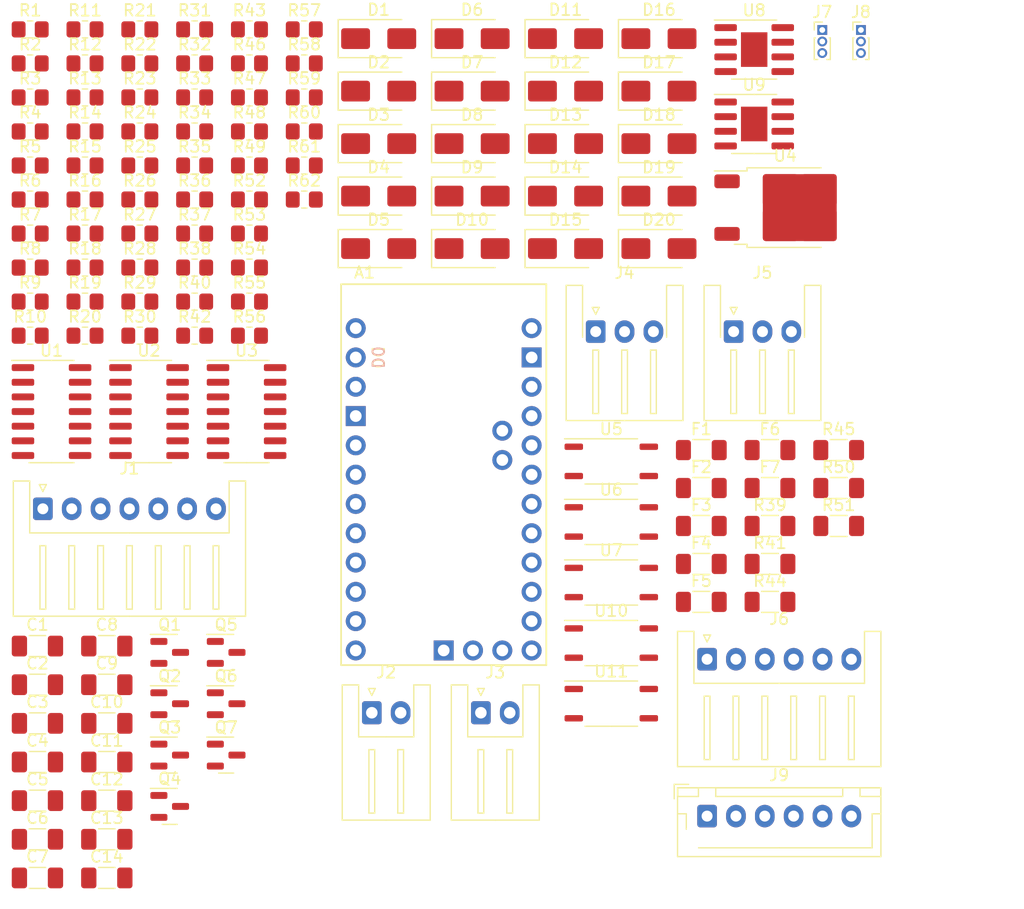
<source format=kicad_pcb>
(kicad_pcb (version 20221018) (generator pcbnew)
  (layers (0 "F.Cu" signal) (31 "B.Cu" signal) (34 "B.Paste" user) (35 "F.Paste" user) (36 "B.SilkS" user "B.Silkscreen") (37 "F.SilkS" user "F.Silkscreen") (38 "B.Mask" user) (39 "F.Mask" user) (44 "Edge.Cuts" user))
  (net 0 "")
  (net 1 "B0")
  (net 2 "Net-(J1-Pin_1)")
  (net 3 "B1")
  (net 4 "Net-(J1-Pin_2)")
  (net 5 "B2")
  (net 6 "Net-(J1-Pin_3)")
  (net 7 "B3")
  (net 8 "Net-(J1-Pin_4)")
  (net 9 "B4")
  (net 10 "Net-(J1-Pin_5)")
  (net 11 "B5")
  (net 12 "Net-(J1-Pin_6)")
  (net 13 "B6")
  (net 14 "Net-(J1-Pin_7)")
  (net 15 "A0")
  (net 16 "A1")
  (net 17 "A2")
  (net 18 "A3")
  (net 19 "A4")
  (net 20 "A5")
  (net 21 "A6")
  (net 22 "A7")
  (net 23 "DRX")
  (net 24 "DTX")
  (net 25 "CHARGEALLOW")
  (net 26 "DISCHARGEALLOW")
  (net 27 "D0")
  (net 28 "D1")
  (net 29 "D2")
  (net 30 "D3")
  (net 31 "D4")
  (net 32 "D5")
  (net 33 "DCHG")
  (net 38 "Net-(A1-RESET-PadRST1)")
  (net 39 "5V")
  (net 40 "Net-(D7-K)")
  (net 41 "Vref")
  (net 42 "Net-(D9-K)")
  (net 43 "Net-(D9-A)")
  (net 44 "Net-(D10-K)")
  (net 45 "Net-(D11-K)")
  (net 46 "Net-(D11-A)")
  (net 47 "Net-(D12-K)")
  (net 48 "Net-(D13-K)")
  (net 49 "Net-(D13-A)")
  (net 50 "Net-(D14-K)")
  (net 51 "Net-(D15-K)")
  (net 52 "Net-(D16-K)")
  (net 53 "Net-(D17-K)")
  (net 54 "Net-(D17-A)")
  (net 55 "Net-(D18-K)")
  (net 56 "Net-(D18-A)")
  (net 57 "Net-(D19-K)")
  (net 58 "Net-(D20-K)")
  (net 59 "Net-(Q1-C)")
  (net 60 "Net-(Q2-C)")
  (net 61 "Net-(Q3-C)")
  (net 62 "Net-(Q4-C)")
  (net 63 "Net-(Q5-C)")
  (net 64 "Net-(Q6-C)")
  (net 65 "Net-(U1A--)")
  (net 66 "Net-(R1-Pad2)")
  (net 67 "Net-(U1A-+)")
  (net 68 "Net-(U1B-+)")
  (net 69 "Net-(U1B--)")
  (net 70 "Net-(R14-Pad1)")
  (net 71 "Net-(U1C-+)")
  (net 72 "Net-(U1C--)")
  (net 73 "Net-(R12-Pad2)")
  (net 74 "Net-(U1D-+)")
  (net 75 "Net-(U1D--)")
  (net 76 "Net-(R19-Pad2)")
  (net 77 "Net-(U2A-+)")
  (net 78 "Net-(U2A--)")
  (net 79 "Net-(U2B-+)")
  (net 80 "Net-(U2B--)")
  (net 81 "Net-(R27-Pad2)")
  (net 82 "Net-(R28-Pad2)")
  (net 83 "Net-(D14-A)")
  (net 84 "POW")
  (net 85 "Net-(Q7-B)")
  (net 86 "Net-(R52-Pad1)")
  (net 87 "Net-(R53-Pad1)")
  (net 88 "DIN_VCC")
  (net 89 "DIN_GND")
  (net 90 "Net-(J4-Pin_3)")
  (net 91 "Net-(J5-Pin_3)")
  (net 92 "CHGDT-")
  (net 93 "CHGDT+")
  (net 94 "Net-(J6-Pin_3)")
  (net 95 "Net-(J6-Pin_4)")
  (net 96 "Net-(J6-Pin_5)")
  (net 97 "Net-(R55-Pad1)")
  (net 98 "Net-(U8-A)")
  (net 99 "Net-(U9-A)")
  (net 100 "Net-(R60-Pad1)")
  (net 101 "Net-(R61-Pad1)")
  (net 102 "Net-(R62-Pad2)")
  (net 105 "Net-(U10-Pad3)")
  (net 106 "Net-(J6-Pin_6)")
  (net 107 "DIN")
  (net 108 "DOUT")
  (net 109 "Net-(J9-Pin_4)")
  (net 110 "Net-(J9-Pin_6)")
  (footprint "Package_TO_SOT_SMD:SOT-23" (layer "F.Cu") (at 31.237 80.054)
    (fp_text reference "Q3" (at 0 -2.4) (layer "F.SilkS"))
    (fp_text value "MMBT3904")
    (pad "1" smd roundrect (at -0.9375 -0.95) (size 1.475 0.6) (layers "F.Cu" "F.Paste" "F.Mask") (net 51 "Net-(D15-K)"))
    (pad "2" smd roundrect (at -0.9375 0.95) (size 1.475 0.6) (layers "F.Cu" "F.Paste" "F.Mask") (net 1 "B0"))
    (pad "3" smd roundrect (at 0.9375 0) (size 1.475 0.6) (layers "F.Cu" "F.Paste" "F.Mask") (net 61 "Net-(Q3-C)"))
  )
  (footprint "Package_TO_SOT_SMD:SOT-23" (layer "F.Cu") (at 31.237 75.604)
    (fp_text reference "Q2" (at 0 -2.4) (layer "F.SilkS"))
    (fp_text value "MMBT3904")
    (pad "1" smd roundrect (at -0.9375 -0.95) (size 1.475 0.6) (layers "F.Cu" "F.Paste" "F.Mask") (net 47 "Net-(D12-K)"))
    (pad "2" smd roundrect (at -0.9375 0.95) (size 1.475 0.6) (layers "F.Cu" "F.Paste" "F.Mask") (net 7 "B3"))
    (pad "3" smd roundrect (at 0.9375 0) (size 1.475 0.6) (layers "F.Cu" "F.Paste" "F.Mask") (net 60 "Net-(Q2-C)"))
  )
  (footprint "Resistor_SMD:R_0805_2012Metric_Pad1.20x1.40mm_HandSolder" (layer "F.Cu") (at 28.647 28.944)
    (fp_text reference "R25" (at 0 -1.65) (layer "F.SilkS"))
    (fp_text value "10k")
    (pad "1" smd roundrect (at -1 0) (size 1.2 1.4) (layers "F.Cu" "F.Paste" "F.Mask") (roundrect_rratio 0.208333) (net 1 "B0"))
    (pad "2" smd roundrect (at 1 0) (size 1.2 1.4) (layers "F.Cu" "F.Paste" "F.Mask") (roundrect_rratio 0.208333) (net 77 "Net-(U2A-+)"))
  )
  (footprint "Diode_SMD:D_SMA" (layer "F.Cu") (at 49.342 22.494)
    (fp_text reference "D2" (at 0 -2.5) (layer "F.SilkS"))
    (fp_text value "5.1V Z")
    (pad "1" smd roundrect (at -2 0) (size 2.5 1.8) (layers "F.Cu" "F.Paste" "F.Mask") (roundrect_rratio 0.1388888889) (net 16 "A1"))
    (pad "2" smd roundrect (at 2 0) (size 2.5 1.8) (layers "F.Cu" "F.Paste" "F.Mask") (roundrect_rratio 0.1388888889) (net 1 "B0"))
  )
  (footprint "Resistor_SMD:R_1206_3216Metric_Pad1.30x1.75mm_HandSolder" (layer "F.Cu") (at 77.297 60.194)
    (fp_text reference "F3" (at 0 -1.82) (layer "F.SilkS"))
    (fp_text value "Polyfuse_Small")
    (pad "1" smd roundrect (at -1.55 0) (size 1.3 1.75) (layers "F.Cu" "F.Paste" "F.Mask") (roundrect_rratio 0.192308) (net 5 "B2"))
    (pad "2" smd roundrect (at 1.55 0) (size 1.3 1.75) (layers "F.Cu" "F.Paste" "F.Mask") (roundrect_rratio 0.192308) (net 6 "Net-(J1-Pin_3)"))
  )
  (footprint "Resistor_SMD:R_0805_2012Metric_Pad1.20x1.40mm_HandSolder" (layer "F.Cu") (at 42.897 28.944)
    (fp_text reference "R61" (at 0 -1.65) (layer "F.SilkS"))
    (fp_text value "470")
    (pad "1" smd roundrect (at -1 0) (size 1.2 1.4) (layers "F.Cu" "F.Paste" "F.Mask") (roundrect_rratio 0.208333) (net 101 "Net-(R61-Pad1)"))
    (pad "2" smd roundrect (at 1 0) (size 1.2 1.4) (layers "F.Cu" "F.Paste" "F.Mask") (roundrect_rratio 0.208333) (net 26 "DISCHARGEALLOW"))
  )
  (footprint "Resistor_SMD:R_0805_2012Metric_Pad1.20x1.40mm_HandSolder" (layer "F.Cu") (at 19.147 28.944)
    (fp_text reference "R5" (at 0 -1.65) (layer "F.SilkS"))
    (fp_text value "10k")
    (pad "1" smd roundrect (at -1 0) (size 1.2 1.4) (layers "F.Cu" "F.Paste" "F.Mask") (roundrect_rratio 0.208333) (net 5 "B2"))
    (pad "2" smd roundrect (at 1 0) (size 1.2 1.4) (layers "F.Cu" "F.Paste" "F.Mask") (roundrect_rratio 0.208333) (net 68 "Net-(U1B-+)"))
  )
  (footprint "Capacitor_SMD:C_1206_3216Metric_Pad1.33x1.80mm_HandSolder" (layer "F.Cu") (at 19.777 80.654)
    (fp_text reference "C4" (at 0 -1.85) (layer "F.SilkS"))
    (fp_text value "1uF 25V")
    (pad "1" smd roundrect (at -1.5625 0) (size 1.325 1.8) (layers "F.Cu" "F.Paste" "F.Mask") (roundrect_rratio 0.188679) (net 84 "POW"))
    (pad "2" smd roundrect (at 1.5625 0) (size 1.325 1.8) (layers "F.Cu" "F.Paste" "F.Mask") (roundrect_rratio 0.188679) (net 1 "B0"))
  )
  (footprint "Resistor_SMD:R_1206_3216Metric_Pad1.30x1.75mm_HandSolder" (layer "F.Cu") (at 83.247 60.194)
    (fp_text reference "R39" (at 0 -1.82) (layer "F.SilkS"))
    (fp_text value "33")
    (pad "1" smd roundrect (at -1.55 0) (size 1.3 1.75) (layers "F.Cu" "F.Paste" "F.Mask") (roundrect_rratio 0.192308) (net 7 "B3"))
    (pad "2" smd roundrect (at 1.55 0) (size 1.3 1.75) (layers "F.Cu" "F.Paste" "F.Mask") (roundrect_rratio 0.192308) (net 59 "Net-(Q1-C)"))
  )
  (footprint "Resistor_SMD:R_0805_2012Metric_Pad1.20x1.40mm_HandSolder" (layer "F.Cu") (at 33.397 43.694)
    (fp_text reference "R42" (at 0 -1.65) (layer "F.SilkS"))
    (fp_text value "1k")
    (pad "1" smd roundrect (at -1 0) (size 1.2 1.4) (layers "F.Cu" "F.Paste" "F.Mask") (roundrect_rratio 0.208333) (net 48 "Net-(D13-K)"))
    (pad "2" smd roundrect (at 1 0) (size 1.2 1.4) (layers "F.Cu" "F.Paste" "F.Mask") (roundrect_rratio 0.208333) (net 51 "Net-(D15-K)"))
  )
  (footprint "Capacitor_SMD:C_1206_3216Metric_Pad1.33x1.80mm_HandSolder" (layer "F.Cu") (at 25.787 70.604)
    (fp_text reference "C8" (at 0 -1.85) (layer "F.SilkS"))
    (fp_text value "1uF 25V")
    (pad "1" smd roundrect (at -1.5625 0) (size 1.325 1.8) (layers "F.Cu" "F.Paste" "F.Mask") (roundrect_rratio 0.188679) (net 9 "B4"))
    (pad "2" smd roundrect (at 1.5625 0) (size 1.325 1.8) (layers "F.Cu" "F.Paste" "F.Mask") (roundrect_rratio 0.188679) (net 11 "B5"))
  )
  (footprint "Resistor_SMD:R_0805_2012Metric_Pad1.20x1.40mm_HandSolder" (layer "F.Cu") (at 33.397 40.744)
    (fp_text reference "R40" (at 0 -1.65) (layer "F.SilkS"))
    (fp_text value "1k")
    (pad "1" smd roundrect (at -1 0) (size 1.2 1.4) (layers "F.Cu" "F.Paste" "F.Mask") (roundrect_rratio 0.208333) (net 45 "Net-(D11-K)"))
    (pad "2" smd roundrect (at 1 0) (size 1.2 1.4) (layers "F.Cu" "F.Paste" "F.Mask") (roundrect_rratio 0.208333) (net 47 "Net-(D12-K)"))
  )
  (footprint "Resistor_SMD:R_0805_2012Metric_Pad1.20x1.40mm_HandSolder" (layer "F.Cu") (at 28.647 40.744)
    (fp_text reference "R29" (at 0 -1.65) (layer "F.SilkS"))
    (fp_text value "10k")
    (pad "1" smd roundrect (at -1 0) (size 1.2 1.4) (layers "F.Cu" "F.Paste" "F.Mask") (roundrect_rratio 0.208333) (net 81 "Net-(R27-Pad2)"))
    (pad "2" smd roundrect (at 1 0) (size 1.2 1.4) (layers "F.Cu" "F.Paste" "F.Mask") (roundrect_rratio 0.208333) (net 19 "A4"))
  )
  (footprint "Capacitor_SMD:C_1206_3216Metric_Pad1.33x1.80mm_HandSolder" (layer "F.Cu") (at 19.777 84.004)
    (fp_text reference "C5" (at 0 -1.85) (layer "F.SilkS"))
    (fp_text value "1uF 25V")
    (pad "1" smd roundrect (at -1.5625 0) (size 1.325 1.8) (layers "F.Cu" "F.Paste" "F.Mask") (roundrect_rratio 0.188679) (net 84 "POW"))
    (pad "2" smd roundrect (at 1.5625 0) (size 1.325 1.8) (layers "F.Cu" "F.Paste" "F.Mask") (roundrect_rratio 0.188679) (net 1 "B0"))
  )
  (footprint "Package_SO:SOIC-4_4.55x3.7mm_P2.54mm" (layer "F.Cu") (at 69.497 65.094)
    (fp_text reference "U7" (at 0 -2.8) (layer "F.SilkS"))
    (fp_text value "TLP185")
    (pad "1" smd roundrect (at -3.25 -1.27) (size 1.6 0.55) (layers "F.Cu" "F.Paste" "F.Mask") (net 100 "Net-(R60-Pad1)"))
    (pad "3" smd roundrect (at -3.25 1.27) (size 1.6 0.55) (layers "F.Cu" "F.Paste" "F.Mask") (net 92 "CHGDT-"))
    (pad "4" smd roundrect (at 3.25 1.27) (size 1.6 0.55) (layers "F.Cu" "F.Paste" "F.Mask") (net 1 "B0"))
    (pad "6" smd roundrect (at 3.25 -1.27) (size 1.6 0.55) (layers "F.Cu" "F.Paste" "F.Mask") (net 33 "DCHG"))
  )
  (footprint "Connector_PinHeader_1.00mm:PinHeader_1x03_P1.00mm_Vertical" (layer "F.Cu") (at 91.127 17.194)
    (fp_text reference "J8" (at 0 -1.56) (layer "F.SilkS"))
    (fp_text value "Port Selector")
    (pad "1" thru_hole rect (at 0 0) (size 0.85 0.85) (drill 0.5) (layers "*.Cu" "*.Mask") (net 107 "DIN"))
    (pad "2" thru_hole oval (at 0 1) (size 0.85 0.85) (drill 0.5) (layers "*.Cu" "*.Mask") (net 90 "Net-(J4-Pin_3)"))
    (pad "3" thru_hole oval (at 0 2) (size 0.85 0.85) (drill 0.5) (layers "*.Cu" "*.Mask") (net 108 "DOUT"))
  )
  (footprint "Package_SO:SOIC-4_4.55x3.7mm_P2.54mm" (layer "F.Cu") (at 69.497 54.594)
    (fp_text reference "U5" (at 0 -2.8) (layer "F.SilkS"))
    (fp_text value "TLP185")
    (pad "1" smd roundrect (at -3.25 -1.27) (size 1.6 0.55) (layers "F.Cu" "F.Paste" "F.Mask") (net 97 "Net-(R55-Pad1)"))
    (pad "3" smd roundrect (at -3.25 1.27) (size 1.6 0.55) (layers "F.Cu" "F.Paste" "F.Mask") (net 89 "DIN_GND"))
    (pad "4" smd roundrect (at 3.25 1.27) (size 1.6 0.55) (layers "F.Cu" "F.Paste" "F.Mask") (net 1 "B0"))
    (pad "6" smd roundrect (at 3.25 -1.27) (size 1.6 0.55) (layers "F.Cu" "F.Paste" "F.Mask") (net 86 "Net-(R52-Pad1)"))
  )
  (footprint "Resistor_SMD:R_0805_2012Metric_Pad1.20x1.40mm_HandSolder" (layer "F.Cu") (at 23.897 28.944)
    (fp_text reference "R15" (at 0 -1.65) (layer "F.SilkS"))
    (fp_text value "10k")
    (pad "1" smd roundrect (at -1 0) (size 1.2 1.4) (layers "F.Cu" "F.Paste" "F.Mask") (roundrect_rratio 0.208333) (net 73 "Net-(R12-Pad2)"))
    (pad "2" smd roundrect (at 1 0) (size 1.2 1.4) (layers "F.Cu" "F.Paste" "F.Mask") (roundrect_rratio 0.208333) (net 17 "A2"))
  )
  (footprint "Diode_SMD:D_SMA" (layer "F.Cu") (at 73.627 22.494)
    (fp_text reference "D17" (at 0 -2.5) (layer "F.SilkS"))
    (fp_text value "1n4007")
    (pad "1" smd roundrect (at -2 0) (size 2.5 1.8) (layers "F.Cu" "F.Paste" "F.Mask") (roundrect_rratio 0.1388888889) (net 53 "Net-(D17-K)"))
    (pad "2" smd roundrect (at 2 0) (size 2.5 1.8) (layers "F.Cu" "F.Paste" "F.Mask") (roundrect_rratio 0.1388888889) (net 54 "Net-(D17-A)"))
  )
  (footprint "Connector_JST:JST_XH_S2B-XH-A_1x02_P2.50mm_Horizontal" (layer "F.Cu") (at 58.197 76.384)
    (fp_text reference "J3" (at 1.25 -3.5) (layer "F.SilkS"))
    (fp_text value "NTC2")
    (pad "1" thru_hole roundrect (at 0 0) (size 1.7 2) (drill 1) (layers "*.Cu" "*.Mask") (roundrect_rratio 0.147059) (net 1 "B0"))
    (pad "2" thru_hole oval (at 2.5 0) (size 1.7 2) (drill 1) (layers "*.Cu" "*.Mask") (net 22 "A7"))
  )
  (footprint "Resistor_SMD:R_1206_3216Metric_Pad1.30x1.75mm_HandSolder" (layer "F.Cu") (at 89.197 60.194)
    (fp_text reference "R51" (at 0 -1.82) (layer "F.SilkS"))
    (fp_text value "33")
    (pad "1" smd roundrect (at -1.55 0) (size 1.3 1.75) (layers "F.Cu" "F.Paste" "F.Mask") (roundrect_rratio 0.192308) (net 13 "B6"))
    (pad "2" smd roundrect (at 1.55 0) (size 1.3 1.75) (layers "F.Cu" "F.Paste" "F.Mask") (roundrect_rratio 0.192308) (net 64 "Net-(Q6-C)"))
  )
  (footprint "Resistor_SMD:R_0805_2012Metric_Pad1.20x1.40mm_HandSolder" (layer "F.Cu") (at 33.397 28.944)
    (fp_text reference "R35" (at 0 -1.65) (layer "F.SilkS"))
    (fp_text value "10k")
    (pad "1" smd roundrect (at -1 0) (size 1.2 1.4) (layers "F.Cu" "F.Paste" "F.Mask") (roundrect_rratio 0.208333) (net 30 "D3"))
    (pad "2" smd roundrect (at 1 0) (size 1.2 1.4) (layers "F.Cu" "F.Paste" "F.Mask") (roundrect_rratio 0.208333) (net 1 "B0"))
  )
  (footprint "Diode_SMD:D_SMA" (layer "F.Cu") (at 73.627 17.944)
    (fp_text reference "D16" (at 0 -2.5) (layer "F.SilkS"))
    (fp_text value "1n4007")
    (pad "1" smd roundrect (at -2 0) (size 2.5 1.8) (layers "F.Cu" "F.Paste" "F.Mask") (roundrect_rratio 0.1388888889) (net 52 "Net-(D16-K)"))
    (pad "2" smd roundrect (at 2 0) (size 2.5 1.8) (layers "F.Cu" "F.Paste" "F.Mask") (roundrect_rratio 0.1388888889) (net 3 "B1"))
  )
  (footprint "Resistor_SMD:R_1206_3216Metric_Pad1.30x1.75mm_HandSolder" (layer "F.Cu") (at 89.197 56.904)
    (fp_text reference "R50" (at 0 -1.82) (layer "F.SilkS"))
    (fp_text value "33")
    (pad "1" smd roundrect (at -1.55 0) (size 1.3 1.75) (layers "F.Cu" "F.Paste" "F.Mask") (roundrect_rratio 0.192308) (net 11 "B5"))
    (pad "2" smd roundrect (at 1.55 0) (size 1.3 1.75) (layers "F.Cu" "F.Paste" "F.Mask") (roundrect_rratio 0.192308) (net 63 "Net-(Q5-C)"))
  )
  (footprint "Resistor_SMD:R_0805_2012Metric_Pad1.20x1.40mm_HandSolder" (layer "F.Cu") (at 38.147 17.144)
    (fp_text reference "R43" (at 0 -1.65) (layer "F.SilkS"))
    (fp_text value "1k")
    (pad "1" smd roundrect (at -1 0) (size 1.2 1.4) (layers "F.Cu" "F.Paste" "F.Mask") (roundrect_rratio 0.208333) (net 50 "Net-(D14-K)"))
    (pad "2" smd roundrect (at 1 0) (size 1.2 1.4) (layers "F.Cu" "F.Paste" "F.Mask") (roundrect_rratio 0.208333) (net 52 "Net-(D16-K)"))
  )
  (footprint "Resistor_SMD:R_0805_2012Metric_Pad1.20x1.40mm_HandSolder" (layer "F.Cu") (at 28.647 17.144)
    (fp_text reference "R21" (at 0 -1.65) (layer "F.SilkS"))
    (fp_text value "10k")
    (pad "1" smd roundrect (at -1 0) (size 1.2 1.4) (layers "F.Cu" "F.Paste" "F.Mask") (roundrect_rratio 0.208333) (net 11 "B5"))
    (pad "2" smd roundrect (at 1 0) (size 1.2 1.4) (layers "F.Cu" "F.Paste" "F.Mask") (roundrect_rratio 0.208333) (net 77 "Net-(U2A-+)"))
  )
  (footprint "Resistor_SMD:R_0805_2012Metric_Pad1.20x1.40mm_HandSolder" (layer "F.Cu") (at 33.397 20.094)
    (fp_text reference "R32" (at 0 -1.65) (layer "F.SilkS"))
    (fp_text value "1k")
    (pad "1" smd roundrect (at -1 0) (size 1.2 1.4) (layers "F.Cu" "F.Paste" "F.Mask") (roundrect_rratio 0.208333) (net 39 "5V"))
    (pad "2" smd roundrect (at 1 0) (size 1.2 1.4) (layers "F.Cu" "F.Paste" "F.Mask") (roundrect_rratio 0.208333) (net 21 "A6"))
  )
  (footprint "Resistor_SMD:R_0805_2012Metric_Pad1.20x1.40mm_HandSolder" (layer "F.Cu") (at 23.897 43.694)
    (fp_text reference "R20" (at 0 -1.65) (layer "F.SilkS"))
    (fp_text value "10k")
    (pad "1" smd roundrect (at -1 0) (size 1.2 1.4) (layers "F.Cu" "F.Paste" "F.Mask") (roundrect_rratio 0.208333) (net 76 "Net-(R19-Pad2)"))
    (pad "2" smd roundrect (at 1 0) (size 1.2 1.4) (layers "F.Cu" "F.Paste" "F.Mask") (roundrect_rratio 0.208333) (net 18 "A3"))
  )
  (footprint "Connector_JST:JST_XH_S3B-XH-A-1_1x03_P2.50mm_Horizontal" (layer "F.Cu") (at 80.097 43.344)
    (fp_text reference "J5" (at 2.5 -5.1) (layer "F.SilkS"))
    (fp_text value "Data IN/OUT")
    (pad "1" thru_hole roundrect (at 0 0) (size 1.7 1.95) (drill 0.95) (layers "*.Cu" "*.Mask") (roundrect_rratio 0.147059) (net 89 "DIN_GND"))
    (pad "2" thru_hole oval (at 2.5 0) (size 1.7 1.95) (drill 0.95) (layers "*.Cu" "*.Mask") (net 88 "DIN_VCC"))
    (pad "3" thru_hole oval (at 5 0) (size 1.7 1.95) (drill 0.95) (layers "*.Cu" "*.Mask") (net 91 "Net-(J5-Pin_3)"))
  )
  (footprint "Capacitor_SMD:C_1206_3216Metric_Pad1.33x1.80mm_HandSolder" (layer "F.Cu") (at 25.787 84.004)
    (fp_text reference "C12" (at 0 -1.85) (layer "F.SilkS"))
    (fp_text value "1uF 25V")
    (pad "1" smd roundrect (at -1.5625 0) (size 1.325 1.8) (layers "F.Cu" "F.Paste" "F.Mask") (roundrect_rratio 0.188679) (net 84 "POW"))
    (pad "2" smd roundrect (at 1.5625 0) (size 1.325 1.8) (layers "F.Cu" "F.Paste" "F.Mask") (roundrect_rratio 0.188679) (net 1 "B0"))
  )
  (footprint "Diode_SMD:D_SMA" (layer "F.Cu") (at 49.342 27.044)
    (fp_text reference "D3" (at 0 -2.5) (layer "F.SilkS"))
    (fp_text value "5.1V Z")
    (pad "1" smd roundrect (at -2 0) (size 2.5 1.8) (layers "F.Cu" "F.Paste" "F.Mask") (roundrect_rratio 0.1388888889) (net 17 "A2"))
    (pad "2" smd roundrect (at 2 0) (size 2.5 1.8) (layers "F.Cu" "F.Paste" "F.Mask") (roundrect_rratio 0.1388888889) (net 1 "B0"))
  )
  (footprint "Resistor_SMD:R_0805_2012Metric_Pad1.20x1.40mm_HandSolder" (layer "F.Cu") (at 42.897 31.894)
    (fp_text reference "R62" (at 0 -1.65) (layer "F.SilkS"))
    (fp_text value "470")
    (pad "1" smd roundrect (at -1 0) (size 1.2 1.4) (layers "F.Cu" "F.Paste" "F.Mask") (roundrect_rratio 0.208333) (net 25 "CHARGEALLOW"))
    (pad "2" smd roundrect (at 1 0) (size 1.2 1.4) (layers "F.Cu" "F.Paste" "F.Mask") (roundrect_rratio 0.208333) (net 102 "Net-(R62-Pad2)"))
  )
  (footprint "Resistor_SMD:R_0805_2012Metric_Pad1.20x1.40mm_HandSolder" (layer "F.Cu") (at 23.897 20.094)
    (fp_text reference "R12" (at 0 -1.65) (layer "F.SilkS"))
    (fp_text value "10k")
    (pad "1" smd roundrect (at -1 0) (size 1.2 1.4) (layers "F.Cu" "F.Paste" "F.Mask") (roundrect_rratio 0.208333) (net 72 "Net-(U1C--)"))
    (pad "2" smd roundrect (at 1 0) (size 1.2 1.4) (layers "F.Cu" "F.Paste" "F.Mask") (roundrect_rratio 0.208333) (net 73 "Net-(R12-Pad2)"))
  )
  (footprint "Pro mini:Clone_Pro_Mini_Socket_NoSPH" (layer "F.Cu") (at 54.976 55.743)
    (fp_text reference "A1" (at -6.858 -17.526) (layer "F.SilkS"))
    (fp_text value "Clone_Pro_Mini_Socket_NoSPH")
    (fp_text user "D0" (at -5.715 -10.16 -90 unlocked) (layer "B.SilkS") (effects (justify mirror)))
    (fp_text user "D0" (at -5.715 -10.16 -90 unlocked) (layer "F.SilkS"))
    (pad "A0" thru_hole circle (at 7.62 5.08) (size 1.7272 1.7272) (drill 1.016) (layers "*.Cu" "*.Mask") (net 15 "A0"))
    (pad "A1" thru_hole circle (at 7.62 2.54) (size 1.7272 1.7272) (drill 1.016) (layers "*.Cu" "*.Mask") (net 16 "A1"))
    (pad "A2" thru_hole circle (at 7.62 0) (size 1.7272 1.7272) (drill 1.016) (layers "*.Cu" "*.Mask") (net 17 "A2"))
    (pad "A3" thru_hole circle (at 7.62 -2.54) (size 1.7272 1.7272) (drill 1.016) (layers "*.Cu" "*.Mask") (net 18 "A3"))
    (pad "A4" thru_hole circle (at 5.08 -1.27) (size 1.7272 1.7272) (drill 1.016) (layers "*.Cu" "*.Mask") (net 19 "A4"))
    (pad "A5" thru_hole circle (at 5.08 -3.81) (size 1.7272 1.7272) (drill 1.016) (layers "*.Cu" "*.Mask") (net 20 "A5"))
    (pad "A6" thru_hole circle (at 2.54 15.24) (size 1.7272 1.7272) (drill 1.016) (layers "*.Cu" "*.Mask") (net 21 "A6"))
    (pad "A7" thru_hole circle (at 5.08 15.24) (size 1.7272 1.7272) (drill 1.016) (layers "*.Cu" "*.Mask") (net 22 "A7"))
    (pad "D0" thru_hole circle (at -7.62 -10.16) (size 1.7272 1.7272) (drill 1.016) (layers "*.Cu" "*.Mask") (net 23 "DRX"))
    (pad "D1" thru_hole circle (at -7.62 -12.7) (size 1.7272 1.7272) (drill 1.016) (layers "*.Cu" "*.Mask") (net 24 "DTX"))
    (pad "D2" thru_hole circle (at -7.62 -2.54) (size 1.7272 1.7272) (drill 1.016) (layers "*.Cu" "*.Mask") (net 25 "CHARGEALLOW"))
    (pad "D3" thru_hole circle (at -7.62 0) (size 1.7272 1.7272) (drill 1.016) (layers "*.Cu" "*.Mask") (net 26 "DISCHARGEALLOW"))
    (pad "D4" thru_hole circle (at -7.62 2.54) (size 1.7272 1.7272) (drill 1.016) (layers "*.Cu" "*.Mask") (net 27 "D0"))
    (pad "D5" thru_hole circle (at -7.62 5.08) (size 1.7272 1.7272) (drill 1.016) (layers "*.Cu" "*.Mask") (net 28 "D1"))
    (pad "D6" thru_hole circle (at -7.62 7.62) (size 1.7272 1.7272) (drill 1.016) (layers "*.Cu" "*.Mask") (net 29 "D2"))
    (pad "D7" thru_hole circle (at -7.62 10.16) (size 1.7272 1.7272) (drill 1.016) (layers "*.Cu" "*.Mask") (net 30 "D3"))
    (pad "D8" thru_hole circle (at -7.62 12.7) (size 1.7272 1.7272) (drill 1.016) (layers "*.Cu" "*.Mask") (net 31 "D4"))
    (pad "D9" thru_hole circle (at -7.62 15.24) (size 1.7272 1.7272) (drill 1.016) (layers "*.Cu" "*.Mask") (net 32 "D5"))
    (pad "D10" thru_hole circle (at 7.62 15.24) (size 1.7272 1.7272) (drill 1.016) (layers "*.Cu" "*.Mask") (net 33 "DCHG"))
    (pad "D11" thru_hole circle (at 7.62 12.7) (size 1.7272 1.7272) (drill 1.016) (layers "*.Cu" "*.Mask"))
    (pad "D12" thru_hole circle (at 7.62 10.16) (size 1.7272 1.7272) (drill 1.016) (layers "*.Cu" "*.Mask"))
    (pad "D13" thru_hole circle (at 7.62 7.62) (size 1.7272 1.7272) (drill 1.016) (layers "*.Cu" "*.Mask"))
    (pad "GND1" thru_hole rect (at -7.62 -5.08) (size 1.7272 1.7272) (drill 1.016) (layers "*.Cu" "*.Mask") (net 1 "B0"))
    (pad "GND2" thru_hole rect (at 7.62 -10.16) (size 1.7272 1.7272) (drill 1.016) (layers "*.Cu" "*.Mask") (net 1 "B0"))
    (pad "GND3" thru_hole rect (at 0 15.24) (size 1.7272 1.7272) (drill 1.016) (layers "*.Cu" "*.Mask") (net 1 "B0"))
    (pad "RAW" thru_hole circle (at 7.62 -12.7) (size 1.7272 1.7272) (drill 1.016) (layers "*.Cu" "*.Mask"))
    (pad "RST1" thru_hole circle (at -7.62 -7.62) (size 1.7272 1.7272) (drill 1.016) (layers "*.Cu" "*.Mask") (net 38 "Net-(A1-RESET-PadRST1)"))
    (pad "RST2" thru_hole circle (at 7.62 -7.62) (size 1.7272 1.7272) (drill 1.016) (layers "*.Cu" "*.Mask") (net 38 "Net-(A1-RESET-PadRST1)"))
    (pad "Vcc1" thru_hole circle (at 7.62 -5.08) (size 1.7272 1.7272) (drill 1.016) (layers "*.Cu" "*.Mask") (net 39 "5V"))
  )
  (footprint "Resistor_SMD:R_0805_2012Metric_Pad1.20x1.40mm_HandSolder" (layer "F.Cu") (at 19.147 43.694)
    (fp_text reference "R10" (at 0 -1.65) (layer "F.SilkS"))
    (fp_text value "10k")
    (pad "1" smd roundrect (at -1 0) (size 1.2 1.4) (layers "F.Cu" "F.Paste" "F.Mask") (roundrect_rratio 0.208333) (net 5 "B2"))
    (pad "2" smd roundrect (at 1 0) (size 1.2 1.4) (layers "F.Cu" "F.Paste" "F.Mask") (roundrect_rratio 0.208333) (net 72 "Net-(U1C--)"))
  )
  (footprint "Diode_SMD:D_SMA" (layer "F.Cu") (at 49.342 31.594)
    (fp_text reference "D4" (at 0 -2.5) (layer "F.SilkS"))
    (fp_text value "5.1V Z")
    (pad "1" smd roundrect (at -2 0) (size 2.5 1.8) (layers "F.Cu" "F.Paste" "F.Mask") (roundrect_rratio 0.1388888889) (net 18 "A3"))
    (pad "2" smd roundrect (at 2 0) (size 2.5 1.8) (layers "F.Cu" "F.Paste" "F.Mask") (roundrect_rratio 0.1388888889) (net 1 "B0"))
  )
  (footprint "Resistor_SMD:R_0805_2012Metric_Pad1.20x1.40mm_HandSolder" (layer "F.Cu") (at 38.147 34.844)
    (fp_text reference "R53" (at 0 -1.65) (layer "F.SilkS"))
    (fp_text value "4.7k")
    (pad "1" smd roundrect (at -1 0) (size 1.2 1.4) (layers "F.Cu" "F.Paste" "F.Mask") (roundrect_rratio 0.208333) (net 87 "Net-(R53-Pad1)"))
    (pad "2" smd roundrect (at 1 0) (size 1.2 1.4) (layers "F.Cu" "F.Paste" "F.Mask") (roundrect_rratio 0.208333) (net 85 "Net-(Q7-B)"))
  )
  (footprint "Capacitor_SMD:C_1206_3216Metric_Pad1.33x1.80mm_HandSolder" (layer "F.Cu") (at 25.787 80.654)
    (fp_text reference "C11" (at 0 -1.85) (layer "F.SilkS"))
    (fp_text value "1uF 25V")
    (pad "1" smd roundrect (at -1.5625 0) (size 1.325 1.8) (layers "F.Cu" "F.Paste" "F.Mask") (roundrect_rratio 0.188679) (net 1 "B0"))
    (pad "2" smd roundrect (at 1.5625 0) (size 1.325 1.8) (layers "F.Cu" "F.Paste" "F.Mask") (roundrect_rratio 0.188679) (net 3 "B1"))
  )
  (footprint "Resistor_SMD:R_0805_2012Metric_Pad1.20x1.40mm_HandSolder" (layer "F.Cu") (at 23.897 37.794)
    (fp_text reference "R18" (at 0 -1.65) (layer "F.SilkS"))
    (fp_text value "10k")
    (pad "1" smd roundrect (at -1 0) (size 1.2 1.4) (layers "F.Cu" "F.Paste" "F.Mask") (roundrect_rratio 0.208333) (net 1 "B0"))
    (pad "2" smd roundrect (at 1 0) (size 1.2 1.4) (layers "F.Cu" "F.Paste" "F.Mask") (roundrect_rratio 0.208333) (net 74 "Net-(U1D-+)"))
  )
  (footprint "Package_SO:SOIC-14_3.9x8.7mm_P1.27mm" (layer "F.Cu") (at 37.897 50.274)
    (fp_text reference "U3" (at 0 -5.28) (layer "F.SilkS"))
    (fp_text value "LM324")
    (pad "1" smd roundrect (at -2.475 -3.81) (size 1.95 0.6) (layers "F.Cu" "F.Paste" "F.Mask") (net 43 "Net-(D9-A)"))
    (pad "2" smd roundrect (at -2.475 -2.54) (size 1.95 0.6) (layers "F.Cu" "F.Paste" "F.Mask") (net 41 "Vref"))
    (pad "3" smd roundrect (at -2.475 -1.27) (size 1.95 0.6) (layers "F.Cu" "F.Paste" "F.Mask") (net 29 "D2"))
    (pad "4" smd roundrect (at -2.475 0) (size 1.95 0.6) (layers "F.Cu" "F.Paste" "F.Mask") (net 84 "POW"))
    (pad "5" smd roundrect (at -2.475 1.27) (size 1.95 0.6) (layers "F.Cu" "F.Paste" "F.Mask") (net 30 "D3"))
    (pad "6" smd roundrect (at -2.475 2.54) (size 1.95 0.6) (layers "F.Cu" "F.Paste" "F.Mask") (net 41 "Vref"))
    (pad "7" smd roundrect (at -2.475 3.81) (size 1.95 0.6) (layers "F.Cu" "F.Paste" "F.Mask") (net 46 "Net-(D11-A)"))
    (pad "8" smd roundrect (at 2.475 3.81) (size 1.95 0.6) (layers "F.Cu" "F.Paste" "F.Mask") (net 54 "Net-(D17-A)"))
    (pad "9" smd roundrect (at 2.475 2.54) (size 1.95 0.6) (layers "F.Cu" "F.Paste" "F.Mask") (net 41 "Vref"))
    (pad "10" smd roundrect (at 2.475 1.27) (size 1.95 0.6) (layers "F.Cu" "F.Paste" "F.Mask") (net 31 "D4"))
    (pad "11" smd roundrect (at 2.475 0) (size 1.95 0.6) (layers "F.Cu" "F.Paste" "F.Mask") (net 1 "B0"))
    (pad "12" smd roundrect (at 2.475 -1.27) (size 1.95 0.6) (layers "F.Cu" "F.Paste" "F.Mask") (net 32 "D5"))
    (pad "13" smd roundrect (at 2.475 -2.54) (size 1.95 0.6) (layers "F.Cu" "F.Paste" "F.Mask") (net 41 "Vref"))
    (pad "14" smd roundrect (at 2.475 -3.81) (size 1.95 0.6) (layers "F.Cu" "F.Paste" "F.Mask") (net 56 "Net-(D18-A)"))
  )
  (footprint "Capacitor_SMD:C_1206_3216Metric_Pad1.33x1.80mm_HandSolder" (layer "F.Cu") (at 25.787 90.704)
    (fp_text reference "C14" (at 0 -1.85) (layer "F.SilkS"))
    (fp_text value "1uF 25V")
    (pad "1" smd roundrect (at -1.5625 0) (size 1.325 1.8) (layers "F.Cu" "F.Paste" "F.Mask") (roundrect_rratio 0.188679) (net 88 "DIN_VCC"))
    (pad "2" smd roundrect (at 1.5625 0) (size 1.325 1.8) (layers "F.Cu" "F.Paste" "F.Mask") (roundrect_rratio 0.188679) (net 89 "DIN_GND"))
  )
  (footprint "Diode_SMD:D_SMA" (layer "F.Cu") (at 73.627 27.044)
    (fp_text reference "D18" (at 0 -2.5) (layer "F.SilkS"))
    (fp_text value "1n4007")
    (pad "1" smd roundrect (at -2 0) (size 2.5 1.8) (layers "F.Cu" "F.Paste" "F.Mask") (roundrect_rratio 0.1388888889) (net 55 "Net-(D18-K)"))
    (pad "2" smd roundrect (at 2 0) (size 2.5 1.8) (layers "F.Cu" "F.Paste" "F.Mask") (roundrect_rratio 0.1388888889) (net 56 "Net-(D18-A)"))
  )
  (footprint "Package_TO_SOT_SMD:TO-252-2" (layer "F.Cu") (at 84.567 32.594)
    (fp_text reference "U4" (at 0 -4.5) (layer "F.SilkS"))
    (fp_text value "LM78M05_TO252")
    (pad "1" smd roundrect (at -5.04 -2.28) (size 2.2 1.2) (layers "F.Cu" "F.Paste" "F.Mask") (roundrect_rratio 0.208333) (net 84 "POW"))
    (pad "2" smd roundrect (at -0.415 -1.525) (size 3.05 2.75) (layers "F.Cu" "F.Paste") (roundrect_rratio 0.090909) (net 1 "B0"))
    (pad "2" smd roundrect (at -0.415 1.525) (size 3.05 2.75) (layers "F.Cu" "F.Paste") (roundrect_rratio 0.090909) (net 1 "B0"))
    (pad "2" smd roundrect (at 1.26 0) (size 6.4 5.8) (layers "F.Cu" "F.Mask") (roundrect_rratio 0.043103) (net 1 "B0"))
    (pad "2" smd roundrect (at 2.935 -1.525) (size 3.05 2.75) (layers "F.Cu" "F.Paste") (roundrect_rratio 0.090909) (net 1 "B0"))
    (pad "2" smd roundrect (at 2.935 1.525) (size 3.05 2.75) (layers "F.Cu" "F.Paste") (roundrect_rratio 0.090909) (net 1 "B0"))
    (pad "3" smd roundrect (at -5.04 2.28) (size 2.2 1.2) (layers "F.Cu" "F.Paste" "F.Mask") (roundrect_rratio 0.208333) (net 39 "5V"))
  )
  (footprint "Resistor_SMD:R_0805_2012Metric_Pad1.20x1.40mm_HandSolder" (layer "F.Cu") (at 38.147 43.694)
    (fp_text reference "R56" (at 0 -1.65) (layer "F.SilkS"))
    (fp_text value "470")
    (pad "1" smd roundrect (at -1 0) (size 1.2 1.4) (layers "F.Cu" "F.Paste" "F.Mask") (roundrect_rratio 0.208333) (net 98 "Net-(U8-A)"))
    (pad "2" smd roundrect (at 1 0) (size 1.2 1.4) (layers "F.Cu" "F.Paste" "F.Mask") (roundrect_rratio 0.208333) (net 107 "DIN"))
  )
  (footprint "Resistor_SMD:R_0805_2012Metric_Pad1.20x1.40mm_HandSolder" (layer "F.Cu") (at 33.397 37.794)
    (fp_text reference "R38" (at 0 -1.65) (layer "F.SilkS"))
    (fp_text value "1k")
    (pad "1" smd roundrect (at -1 0) (size 1.2 1.4) (layers "F.Cu" "F.Paste" "F.Mask") (roundrect_rratio 0.208333) (net 42 "Net-(D9-K)"))
    (pad "2" smd roundrect (at 1 0) (size 1.2 1.4) (layers "F.Cu" "F.Paste" "F.Mask") (roundrect_rratio 0.208333) (net 44 "Net-(D10-K)"))
  )
  (footprint "Resistor_SMD:R_0805_2012Metric_Pad1.20x1.40mm_HandSolder" (layer "F.Cu") (at 28.647 20.094)
    (fp_text reference "R22" (at 0 -1.65) (layer "F.SilkS"))
    (fp_text value "10k")
    (pad "1" smd roundrect (at -1 0) (size 1.2 1.4) (layers "F.Cu" "F.Paste" "F.Mask") (roundrect_rratio 0.208333) (net 9 "B4"))
    (pad "2" smd roundrect (at 1 0) (size 1.2 1.4) (layers "F.Cu" "F.Paste" "F.Mask") (roundrect_rratio 0.208333) (net 78 "Net-(U2A--)"))
  )
  (footprint "Capacitor_SMD:C_1206_3216Metric_Pad1.33x1.80mm_HandSolder" (layer "F.Cu") (at 25.787 87.354)
    (fp_text reference "C13" (at 0 -1.85) (layer "F.SilkS"))
    (fp_text value "1uF 25V")
    (pad "1" smd roundrect (at -1.5625 0) (size 1.325 1.8) (layers "F.Cu" "F.Paste" "F.Mask") (roundrect_rratio 0.188679) (net 39 "5V"))
    (pad "2" smd roundrect (at 1.5625 0) (size 1.325 1.8) (layers "F.Cu" "F.Paste" "F.Mask") (roundrect_rratio 0.188679) (net 1 "B0"))
  )
  (footprint "Package_TO_SOT_SMD:SOT-23" (layer "F.Cu") (at 31.237 84.504)
    (fp_text reference "Q4" (at 0 -2.4) (layer "F.SilkS"))
    (fp_text value "MMBT3904")
    (pad "1" smd roundrect (at -0.9375 -0.95) (size 1.475 0.6) (layers "F.Cu" "F.Paste" "F.Mask") (net 52 "Net-(D16-K)"))
    (pad "2" smd roundrect (at -0.9375 0.95) (size 1.475 0.6) (layers "F.Cu" "F.Paste" "F.Mask") (net 3 "B1"))
    (pad "3" smd roundrect (at 0.9375 0) (size 1.475 0.6) (layers "F.Cu" "F.Paste" "F.Mask") (net 62 "Net-(Q4-C)"))
  )
  (footprint "Resistor_SMD:R_0805_2012Metric_Pad1.20x1.40mm_HandSolder" (layer "F.Cu") (at 19.147 40.744)
    (fp_text reference "R9" (at 0 -1.65) (layer "F.SilkS"))
    (fp_text value "10k")
    (pad "1" smd roundrect (at -1 0) (size 1.2 1.4) (layers "F.Cu" "F.Paste" "F.Mask") (roundrect_rratio 0.208333) (net 7 "B3"))
    (pad "2" smd roundrect (at 1 0) (size 1.2 1.4) (layers "F.Cu" "F.Paste" "F.Mask") (roundrect_rratio 0.208333) (net 71 "Net-(U1C-+)"))
  )
  (footprint "Resistor_SMD:R_0805_2012Metric_Pad1.20x1.40mm_HandSolder" (layer "F.Cu") (at 38.147 23.044)
    (fp_text reference "R47" (at 0 -1.65) (layer "F.SilkS"))
    (fp_text value "10k")
    (pad "1" smd roundrect (at -1 0) (size 1.2 1.4) (layers "F.Cu" "F.Paste" "F.Mask") (roundrect_rratio 0.208333) (net 32 "D5"))
    (pad "2" smd roundrect (at 1 0) (size 1.2 1.4) (layers "F.Cu" "F.Paste" "F.Mask") (roundrect_rratio 0.208333) (net 1 "B0"))
  )
  (footprint "Capacitor_SMD:C_1206_3216Metric_Pad1.33x1.80mm_HandSolder" (layer "F.Cu") (at 19.777 73.954)
    (fp_text reference "C2" (at 0 -1.85) (layer "F.SilkS"))
    (fp_text value "1uF 25V")
    (pad "1" smd roundrect (at -1.5625 0) (size 1.325 1.8) (layers "F.Cu" "F.Paste" "F.Mask") (roundrect_rratio 0.188679) (net 84 "POW"))
    (pad "2" smd roundrect (at 1.5625 0) (size 1.325 1.8) (layers "F.Cu" "F.Paste" "F.Mask") (roundrect_rratio 0.188679) (net 1 "B0"))
  )
  (footprint "Diode_SMD:D_SMA" (layer "F.Cu") (at 65.532 27.044)
    (fp_text reference "D13" (at 0 -2.5) (layer "F.SilkS"))
    (fp_text value "1n4007")
    (pad "1" smd roundrect (at -2 0) (size 2.5 1.8) (layers "F.Cu" "F.Paste" "F.Mask") (roundrect_rratio 0.1388888889) (net 48 "Net-(D13-K)"))
    (pad "2" smd roundrect (at 2 0) (size 2.5 1.8) (layers "F.Cu" "F.Paste" "F.Mask") (roundrect_rratio 0.1388888889) (net 49 "Net-(D13-A)"))
  )
  (footprint "Resistor_SMD:R_0805_2012Metric_Pad1.20x1.40mm_HandSolder" (layer "F.Cu") (at 23.897 34.844)
    (fp_text reference "R17" (at 0 -1.65) (layer "F.SilkS"))
    (fp_text value "10k")
    (pad "1" smd roundrect (at -1 0) (size 1.2 1.4) (layers "F.Cu" "F.Paste" "F.Mask") (roundrect_rratio 0.208333) (net 7 "B3"))
    (pad "2" smd roundrect (at 1 0) (size 1.2 1.4) (layers "F.Cu" "F.Paste" "F.Mask") (roundrect_rratio 0.208333) (net 75 "Net-(U1D--)"))
  )
  (footprint "Package_SO:SOIC-8-1EP_3.9x4.9mm_P1.27mm_EP2.29x3mm" (layer "F.Cu") (at 81.877 25.344)
    (fp_text reference "U9" (at 0 -3.4) (layer "F.SilkS"))
    (fp_text value "6N137")
    (pad "1" smd roundrect (at -2.475 -1.905) (size 1.95 0.6) (layers "F.Cu" "F.Paste" "F.Mask"))
    (pad "2" smd roundrect (at -2.475 -0.635) (size 1.95 0.6) (layers "F.Cu" "F.Paste" "F.Mask") (net 99 "Net-(U9-A)"))
    (pad "3" smd roundrect (at -2.475 0.635) (size 1.95 0.6) (layers "F.Cu" "F.Paste" "F.Mask") (net 1 "B0"))
    (pad "4" smd roundrect (at -2.475 1.905) (size 1.95 0.6) (layers "F.Cu" "F.Paste" "F.Mask"))
    (pad "5" smd roundrect (at 2.475 1.905) (size 1.95 0.6) (layers "F.Cu" "F.Paste" "F.Mask") (net 89 "DIN_GND"))
    (pad "6" smd roundrect (at 2.475 0.635) (size 1.95 0.6) (layers "F.Cu" "F.Paste" "F.Mask") (net 108 "DOUT"))
    (pad "7" smd roundrect (at 2.475 -0.635) (size 1.95 0.6) (layers "F.Cu" "F.Paste" "F.Mask") (net 88 "DIN_VCC"))
    (pad "8" smd roundrect (at 2.475 -1.905) (size 1.95 0.6) (layers "F.Cu" "F.Paste" "F.Mask") (net 88 "DIN_VCC"))
    (pad "9" smd rect (at 0 0) (size 2.29 3) (layers "F.Cu" "F.Mask"))
  )
  (footprint "Diode_SMD:D_SMA" (layer "F.Cu") (at 73.627 36.144)
    (fp_text reference "D20" (at 0 -2.5) (layer "F.SilkS"))
    (fp_text value "1n4007")
    (pad "1" smd roundrect (at -2 0) (size 2.5 1.8) (layers "F.Cu" "F.Paste" "F.Mask") (roundrect_rratio 0.1388888889) (net 58 "Net-(D20-K)"))
    (pad "2" smd roundrect (at 2 0) (size 2.5 1.8) (layers "F.Cu" "F.Paste" "F.Mask") (roundrect_rratio 0.1388888889) (net 11 "B5"))
  )
  (footprint "Resistor_SMD:R_0805_2012Metric_Pad1.20x1.40mm_HandSolder" (layer "F.Cu") (at 19.147 34.844)
    (fp_text reference "R7" (at 0 -1.65) (layer "F.SilkS"))
    (fp_text value "10k")
    (pad "1" smd roundrect (at -1 0) (size 1.2 1.4) (layers "F.Cu" "F.Paste" "F.Mask") (roundrect_rratio 0.208333) (net 1 "B0"))
    (pad "2" smd roundrect (at 1 0) (size 1.2 1.4) (layers "F.Cu" "F.Paste" "F.Mask") (roundrect_rratio 0.208333) (net 68 "Net-(U1B-+)"))
  )
  (footprint "Diode_SMD:D_SMA" (layer "F.Cu") (at 65.532 22.494)
    (fp_text reference "D12" (at 0 -2.5) (layer "F.SilkS"))
    (fp_text value "1n4007")
    (pad "1" smd roundrect (at -2 0) (size 2.5 1.8) (layers "F.Cu" "F.Paste" "F.Mask") (roundrect_rratio 0.1388888889) (net 47 "Net-(D12-K)"))
    (pad "2" smd roundrect (at 2 0) (size 2.5 1.8) (layers "F.Cu" "F.Paste" "F.Mask") (roundrect_rratio 0.1388888889) (net 7 "B3"))
  )
  (footprint "Capacitor_SMD:C_1206_3216Metric_Pad1.33x1.80mm_HandSolder" (layer "F.Cu") (at 25.787 77.304)
    (fp_text reference "C10" (at 0 -1.85) (layer "F.SilkS"))
    (fp_text value "1uF 25V")
    (pad "1" smd roundrect (at -1.5625 0) (size 1.325 1.8) (layers "F.Cu" "F.Paste" "F.Mask") (roundrect_rratio 0.188679) (net 3 "B1"))
    (pad "2" smd roundrect (at 1.5625 0) (size 1.325 1.8) (layers "F.Cu" "F.Paste" "F.Mask") (roundrect_rratio 0.188679) (net 5 "B2"))
  )
  (footprint "Diode_SMD:D_SMA" (layer "F.Cu") (at 57.437 17.944)
    (fp_text reference "D6" (at 0 -2.5) (layer "F.SilkS"))
    (fp_text value "5.1V Z")
    (pad "1" smd roundrect (at -2 0) (size 2.5 1.8) (layers "F.Cu" "F.Paste" "F.Mask") (roundrect_rratio 0.1388888889) (net 19 "A4"))
    (pad "2" smd roundrect (at 2 0) (size 2.5 1.8) (layers "F.Cu" "F.Paste" "F.Mask") (roundrect_rratio 0.1388888889) (net 1 "B0"))
  )
  (footprint "Resistor_SMD:R_0805_2012Metric_Pad1.20x1.40mm_HandSolder" (layer "F.Cu") (at 42.897 25.994)
    (fp_text reference "R60" (at 0 -1.65) (layer "F.SilkS"))
    (fp_text value "330")
    (pad "1" smd roundrect (at -1 0) (size 1.2 1.4) (layers "F.Cu" "F.Paste" "F.Mask") (roundrect_rratio 0.208333) (net 100 "Net-(R60-Pad1)"))
    (pad "2" smd roundrect (at 1 0) (size 1.2 1.4) (layers "F.Cu" "F.Paste" "F.Mask") (roundrect_rratio 0.208333) (net 93 "CHGDT+"))
  )
  (footprint "Capacitor_SMD:C_1206_3216Metric_Pad1.33x1.80mm_HandSolder" (layer "F.Cu") (at 19.777 90.704)
    (fp_text reference "C7" (at 0 -1.85) (layer "F.SilkS"))
    (fp_text value "1uF 25V")
    (pad "1" smd roundrect (at -1.5625 0) (size 1.325 1.8) (layers "F.Cu" "F.Paste" "F.Mask") (roundrect_rratio 0.188679) (net 7 "B3"))
    (pad "2" smd roundrect (at 1.5625 0) (size 1.325 1.8) (layers "F.Cu" "F.Paste" "F.Mask") (roundrect_rratio 0.188679) (net 9 "B4"))
  )
  (footprint "Package_SO:SOIC-14_3.9x8.7mm_P1.27mm" (layer "F.Cu") (at 20.997 50.274)
    (fp_text reference "U1" (at 0 -5.28) (layer "F.SilkS"))
    (fp_text value "LM324")
    (pad "1" smd roundrect (at -2.475 -3.81) (size 1.95 0.6) (layers "F.Cu" "F.Paste" "F.Mask") (net 66 "Net-(R1-Pad2)"))
    (pad "2" smd roundrect (at -2.475 -2.54) (size 1.95 0.6) (layers "F.Cu" "F.Paste" "F.Mask") (net 65 "Net-(U1A--)"))
    (pad "3" smd roundrect (at -2.475 -1.27) (size 1.95 0.6) (layers "F.Cu" "F.Paste" "F.Mask") (net 67 "Net-(U1A-+)"))
    (pad "4" smd roundrect (at -2.475 0) (size 1.95 0.6) (layers "F.Cu" "F.Paste" "F.Mask") (net 84 "POW"))
    (pad "5" smd roundrect (at -2.475 1.27) (size 1.95 0.6) (layers "F.Cu" "F.Paste" "F.Mask") (net 68 "Net-(U1B-+)"))
    (pad "6" smd roundrect (at -2.475 2.54) (size 1.95 0.6) (layers "F.Cu" "F.Paste" "F.Mask") (net 69 "Net-(U1B--)"))
    (pad "7" smd roundrect (at -2.475 3.81) (size 1.95 0.6) (layers "F.Cu" "F.Paste" "F.Mask") (net 70 "Net-(R14-Pad1)"))
    (pad "8" smd roundrect (at 2.475 3.81) (size 1.95 0.6) (layers "F.Cu" "F.Paste" "F.Mask") (net 73 "Net-(R12-Pad2)"))
    (pad "9" smd roundrect (at 2.475 2.54) (size 1.95 0.6) (layers "F.Cu" "F.Paste" "F.Mask") (net 72 "Net-(U1C--)"))
    (pad "10" smd roundrect (at 2.475 1.27) (size 1.95 0.6) (layers "F.Cu" "F.Paste" "F.Mask") (net 71 "Net-(U1C-+)"))
    (pad "11" smd roundrect (at 2.475 0) (size 1.95 0.6) (layers "F.Cu" "F.Paste" "F.Mask") (net 1 "B0"))
    (pad "12" smd roundrect (at 2.475 -1.27) (size 1.95 0.6) (layers "F.Cu" "F.Paste" "F.Mask") (net 74 "Net-(U1D-+)"))
    (pad "13" smd roundrect (at 2.475 -2.54) (size 1.95 0.6) (layers "F.Cu" "F.Paste" "F.Mask") (net 75 "Net-(U1D--)"))
    (pad "14" smd roundrect (at 2.475 -3.81) (size 1.95 0.6) (layers "F.Cu" "F.Paste" "F.Mask") (net 76 "Net-(R19-Pad2)"))
  )
  (footprint "Package_SO:SOIC-8-1EP_3.9x4.9mm_P1.27mm_EP2.29x3mm" (layer "F.Cu") (at 81.877 18.894)
    (fp_text reference "U8" (at 0 -3.4) (layer "F.SilkS"))
    (fp_text value "6N137")
    (pad "1" smd roundrect (at -2.475 -1.905) (size 1.95 0.6) (layers "F.Cu" "F.Paste" "F.Mask"))
    (pad "2" smd roundrect (at -2.475 -0.635) (size 1.95 0.6) (layers "F.Cu" "F.Paste" "F.Mask") (net 98 "Net-(U8-A)"))
    (pad "3" smd roundrect (at -2.475 0.635) (size 1.95 0.6) (layers "F.Cu" "F.Paste" "F.Mask") (net 89 "DIN_GND"))
    (pad "4" smd roundrect (at -2.475 1.905) (size 1.95 0.6) (layers "F.Cu" "F.Paste" "F.Mask"))
    (pad "5" smd roundrect (at 2.475 1.905) (size 1.95 0.6) (layers "F.Cu" "F.Paste" "F.Mask") (net 1 "B0"))
    (pad "6" smd roundrect (at 2.475 0.635) (size 1.95 0.6) (layers "F.Cu" "F.Paste" "F.Mask") (net 23 "DRX"))
    (pad "7" smd roundrect (at 2.475 -0.635) (size 1.95 0.6) (layers "F.Cu" "F.Paste" "F.Mask") (net 39 "5V"))
    (pad "8" smd roundrect (at 2.475 -1.905) (size 1.95 0.6) (layers "F.Cu" "F.Paste" "F.Mask") (net 39 "5V"))
    (pad "9" smd rect (at 0 0) (size 2.29 3) (layers "F.Cu" "F.Mask"))
  )
  (footprint "Package_SO:SOIC-14_3.9x8.7mm_P1.27mm" (layer "F.Cu") (at 29.447 50.274)
    (fp_text reference "U2" (at 0 -5.28) (layer "F.SilkS"))
    (fp_text value "LM324")
    (pad "1" smd roundrect (at -2.475 -3.81) (size 1.95 0.6) (layers "F.Cu" "F.Paste" "F.Mask") (net 81 "Net-(R27-Pad2)"))
    (pad "2" smd roundrect (at -2.475 -2.54) (size 1.95 0.6) (layers "F.Cu" "F.Paste" "F.Mask") (net 78 "Net-(U2A--)"))
    (pad "3" smd roundrect (at -2.475 -1.27) (size 1.95 0.6) (layers "F.Cu" "F.Paste" "F.Mask") (net 77 "Net-(U2A-+)"))
    (pad "4" smd roundrect (at -2.475 0) (size 1.95 0.6) (layers "F.Cu" "F.Paste" "F.Mask") (net 84 "POW"))
    (pad "5" smd roundrect (at -2.475 1.27) (size 1.95 0.6) (layers "F.Cu" "F.Paste" "F.Mask") (net 79 "Net-(U2B-+)"))
    (pad "6" smd roundrect (at -2.475 2.54) (size 1.95 0.6) (layers "F.Cu" "F.Paste" "F.Mask") (net 80 "Net-(U2B--)"))
    (pad "7" smd roundrect (at -2.475 3.81) (size 1.95 0.6) (layers "F.Cu" "F.Paste" "F.Mask") (net 82 "Net-(R28-Pad2)"))
    (pad "8" smd roundrect (at 2.475 3.81) (size 1.95 0.6) (layers "F.Cu" "F.Paste" "F.Mask") (net 49 "Net-(D13-A)"))
    (pad "9" smd roundrect (at 2.475 2.54) (size 1.95 0.6) (layers "F.Cu" "F.Paste" "F.Mask") (net 41 "Vref"))
    (pad "10" smd roundrect (at 2.475 1.27) (size 1.95 0.6) (layers "F.Cu" "F.Paste" "F.Mask") (net 27 "D0"))
    (pad "11" smd roundrect (at 2.475 0) (size 1.95 0.6) (layers "F.Cu" "F.Paste" "F.Mask") (net 1 "B0"))
    (pad "12" smd roundrect (at 2.475 -1.27) (size 1.95 0.6) (layers "F.Cu" "F.Paste" "F.Mask") (net 28 "D1"))
    (pad "13" smd roundrect (at 2.475 -2.54) (size 1.95 0.6) (layers "F.Cu" "F.Paste" "F.Mask") (net 41 "Vref"))
    (pad "14" smd roundrect (at 2.475 -3.81) (size 1.95 0.6) (layers "F.Cu" "F.Paste" "F.Mask") (net 83 "Net-(D14-A)"))
  )
  (footprint "Package_TO_SOT_SMD:SOT-23" (layer "F.Cu") (at 36.127 75.604)
    (fp_text reference "Q6" (at 0 -2.4) (layer "F.SilkS"))
    (fp_text value "MMBT3904")
    (pad "1" smd roundrect (at -0.9375 -0.95) (size 1.475 0.6) (layers "F.Cu" "F.Paste" "F.Mask") (net 58 "Net-(D20-K)"))
    (pad "2" smd roundrect (at -0.9375 0.95) (size 1.475 0.6) (layers "F.Cu" "F.Paste" "F.Mask") (net 11 "B5"))
    (pad "3" smd roundrect (at 0.9375 0) (size 1.475 0.6) (layers "F.Cu" "F.Paste" "F.Mask") (net 64 "Net-(Q6-C)"))
  )
  (footprint "Package_SO:SOIC-4_4.55x3.7mm_P2.54mm" (layer "F.Cu") (at 69.497 70.344)
    (fp_text reference "U10" (at 0 -2.8) (layer "F.SilkS"))
    (fp_text value "TLP185")
    (pad "1" smd roundrect (at -3.25 -1.27) (size 1.6 0.55) (layers "F.Cu" "F.Paste" "F.Mask") (net 102 "Net-(R62-Pad2)"))
    (pad "3" smd roundrect (at -3.25 1.27) (size 1.6 0.55) (layers "F.Cu" "F.Paste" "F.Mask") (net 105 "Net-(U10-Pad3)"))
    (pad "4" smd roundrect (at 3.25 1.27) (size 1.6 0.55) (layers "F.Cu" "F.Paste" "F.Mask") (net 109 "Net-(J9-Pin_4)"))
    (pad "6" smd roundrect (at 3.25 -1.27) (size 1.6 0.55) (layers "F.Cu" "F.Paste" "F.Mask") (net 95 "Net-(J6-Pin_4)"))
  )
  (footprint "Capacitor_SMD:C_1206_3216Metric_Pad1.33x1.80mm_HandSolder" (layer "F.Cu") (at 19.777 70.604)
    (fp_text reference "C1" (at 0 -1.85) (layer "F.SilkS"))
    (fp_text value "1uF 25V")
    (pad "1" smd roundrect (at -1.5625 0) (size 1.325 1.8) (layers "F.Cu" "F.Paste" "F.Mask") (roundrect_rratio 0.188679) (net 39 "5V"))
    (pad "2" smd roundrect (at 1.5625 0) (size 1.325 1.8) (layers "F.Cu" "F.Paste" "F.Mask") (roundrect_rratio 0.188679) (net 1 "B0"))
  )
  (footprint "Diode_SMD:D_SMA" (layer "F.Cu") (at 65.532 31.594)
    (fp_text reference "D14" (at 0 -2.5) (layer "F.SilkS"))
    (fp_text value "1n4007")
    (pad "1" smd roundrect (at -2 0) (size 2.5 1.8) (layers "F.Cu" "F.Paste" "F.Mask") (roundrect_rratio 0.1388888889) (net 50 "Net-(D14-K)"))
    (pad "2" smd roundrect (at 2 0) (size 2.5 1.8) (layers "F.Cu" "F.Paste" "F.Mask") (roundrect_rratio 0.1388888889) (net 83 "Net-(D14-A)"))
  )
  (footprint "Resistor_SMD:R_0805_2012Metric_Pad1.20x1.40mm_HandSolder" (layer "F.Cu") (at 28.647 37.794)
    (fp_text reference "R28" (at 0 -1.65) (layer "F.SilkS"))
    (fp_text value "10k")
    (pad "1" smd roundrect (at -1 0) (size 1.2 1.4) (layers "F.Cu" "F.Paste" "F.Mask") (roundrect_rratio 0.208333) (net 80 "Net-(U2B--)"))
    (pad "2" smd roundrect (at 1 0) (size 1.2 1.4) (layers "F.Cu" "F.Paste" "F.Mask") (roundrect_rratio 0.208333) (net 82 "Net-(R28-Pad2)"))
  )
  (footprint "Resistor_SMD:R_0805_2012Metric_Pad1.20x1.40mm_HandSolder" (layer "F.Cu") (at 19.147 17.144)
    (fp_text reference "R1" (at 0 -1.65) (layer "F.SilkS"))
    (fp_text value "10k")
    (pad "1" smd roundrect (at -1 0) (size 1.2 1.4) (layers "F.Cu" "F.Paste" "F.Mask") (roundrect_rratio 0.208333) (net 65 "Net-(U1A--)"))
    (pad "2" smd roundrect (at 1 0) (size 1.2 1.4) (layers "F.Cu" "F.Paste" "F.Mask") (roundrect_rratio 0.208333) (net 66 "Net-(R1-Pad2)"))
  )
  (footprint "Resistor_SMD:R_1206_3216Metric_Pad1.30x1.75mm_HandSolder" (layer "F.Cu") (at 77.297 66.774)
    (fp_text reference "F5" (at 0 -1.82) (layer "F.SilkS"))
    (fp_text value "Polyfuse_Small")
    (pad "1" smd roundrect (at -1.55 0) (size 1.3 1.75) (layers "F.Cu" "F.Paste" "F.Mask") (roundrect_rratio 0.192308) (net 9 "B4"))
    (pad "2" smd roundrect (at 1.55 0) (size 1.3 1.75) (layers "F.Cu" "F.Paste" "F.Mask") (roundrect_rratio 0.192308) (net 10 "Net-(J1-Pin_5)"))
  )
  (footprint "Diode_SMD:D_SMA" (layer "F.Cu") (at 57.437 31.594)
    (fp_text reference "D9" (at 0 -2.5) (layer "F.SilkS"))
    (fp_text value "1n4007")
    (pad "1" smd roundrect (at -2 0) (size 2.5 1.8) (layers "F.Cu" "F.Paste" "F.Mask") (roundrect_rratio 0.1388888889) (net 42 "Net-(D9-K)"))
    (pad "2" smd roundrect (at 2 0) (size 2.5 1.8) (layers "F.Cu" "F.Paste" "F.Mask") (roundrect_rratio 0.1388888889) (net 43 "Net-(D9-A)"))
  )
  (footprint "Connector_JST:JST_XH_S3B-XH-A-1_1x03_P2.50mm_Horizontal" (layer "F.Cu") (at 68.147 43.344)
    (fp_text reference "J4" (at 2.5 -5.1) (layer "F.SilkS"))
    (fp_text value "Data IN/OUT")
    (pad "1" thru_hole roundrect (at 0 0) (size 1.7 1.95) (drill 0.95) (layers "*.Cu" "*.Mask") (roundrect_rratio 0.147059) (net 89 "DIN_GND"))
    (pad "2" thru_hole oval (at 2.5 0) (size 1.7 1.95) (drill 0.95) (layers "*.Cu" "*.Mask") (net 88 "DIN_VCC"))
    (pad "3" thru_hole oval (at 5 0) (size 1.7 1.95) (drill 0.95) (layers "*.Cu" "*.Mask") (net 90 "Net-(J4-Pin_3)"))
  )
  (footprint "Resistor_SMD:R_0805_2012Metric_Pad1.20x1.40mm_HandSolder" (layer "F.Cu") (at 33.397 17.144)
    (fp_text reference "R31" (at 0 -1.65) (layer "F.SilkS"))
    (fp_text value "1k")
    (pad "1" smd roundrect (at -1 0) (size 1.2 1.4) (layers "F.Cu" "F.Paste" "F.Mask") (roundrect_rratio 0.208333) (net 39 "5V"))
    (pad "2" smd roundrect (at 1 0) (size 1.2 1.4) (layers "F.Cu" "F.Paste" "F.Mask") (roundrect_rratio 0.208333) (net 22 "A7"))
  )
  (footprint "Resistor_SMD:R_0805_2012Metric_Pad1.20x1.40mm_HandSolder" (layer "F.Cu") (at 23.897 23.044)
    (fp_text reference "R13" (at 0 -1.65) (layer "F.SilkS"))
    (fp_text value "10k")
    (pad "1" smd roundrect (at -1 0) (size 1.2 1.4) (layers "F.Cu" "F.Paste" "F.Mask") (roundrect_rratio 0.208333) (net 66 "Net-(R1-Pad2)"))
    (pad "2" smd roundrect (at 1 0) (size 1.2 1.4) (layers "F.Cu" "F.Paste" "F.Mask") (roundrect_rratio 0.208333) (net 15 "A0"))
  )
  (footprint "Resistor_SMD:R_0805_2012Metric_Pad1.20x1.40mm_HandSolder" (layer "F.Cu") (at 19.147 31.894)
    (fp_text reference "R6" (at 0 -1.65) (layer "F.SilkS"))
    (fp_text value "10k")
    (pad "1" smd roundrect (at -1 0) (size 1.2 1.4) (layers "F.Cu" "F.Paste" "F.Mask") (roundrect_rratio 0.208333) (net 3 "B1"))
    (pad "2" smd roundrect (at 1 0) (size 1.2 1.4) (layers "F.Cu" "F.Paste" "F.Mask") (roundrect_rratio 0.208333) (net 69 "Net-(U1B--)"))
  )
  (footprint "Resistor_SMD:R_0805_2012Metric_Pad1.20x1.40mm_HandSolder" (layer "F.Cu") (at 23.897 25.994)
    (fp_text reference "R14" (at 0 -1.65) (layer "F.SilkS"))
    (fp_text value "10k")
    (pad "1" smd roundrect (at -1 0) (size 1.2 1.4) (layers "F.Cu" "F.Paste" "F.Mask") (roundrect_rratio 0.208333) (net 70 "Net-(R14-Pad1)"))
    (pad "2" smd roundrect (at 1 0) (size 1.2 1.4) (layers "F.Cu" "F.Paste" "F.Mask") (roundrect_rratio 0.208333) (net 16 "A1"))
  )
  (footprint "Resistor_SMD:R_0805_2012Metric_Pad1.20x1.40mm_HandSolder" (layer "F.Cu") (at 28.647 23.044)
    (fp_text reference "R23" (at 0 -1.65) (layer "F.SilkS"))
    (fp_text value "10k")
    (pad "1" smd roundrect (at -1 0) (size 1.2 1.4) (layers "F.Cu" "F.Paste" "F.Mask") (roundrect_rratio 0.208333) (net 13 "B6"))
    (pad "2" smd roundrect (at 1 0) (size 1.2 1.4) (layers "F.Cu" "F.Paste" "F.Mask") (roundrect_rratio 0.208333) (net 79 "Net-(U2B-+)"))
  )
  (footprint "Resistor_SMD:R_0805_2012Metric_Pad1.20x1.40mm_HandSolder" (layer "F.Cu") (at 38.147 28.944)
    (fp_text reference "R49" (at 0 -1.65) (layer "F.SilkS"))
    (fp_text value "1k")
    (pad "1" smd roundrect (at -1 0) (size 1.2 1.4) (layers "F.Cu" "F.Paste" "F.Mask") (roundrect_rratio 0.208333) (net 55 "Net-(D18-K)"))
    (pad "2" smd roundrect (at 1 0) (size 1.2 1.4) (layers "F.Cu" "F.Paste" "F.Mask") (roundrect_rratio 0.208333) (net 58 "Net-(D20-K)"))
  )
  (footprint "Resistor_SMD:R_0805_2012Metric_Pad1.20x1.40mm_HandSolder" (layer "F.Cu") (at 33.397 31.894)
    (fp_text reference "R36" (at 0 -1.65) (layer "F.SilkS"))
    (fp_text value "10k")
    (pad "1" smd roundrect (at -1 0) (size 1.2 1.4) (layers "F.Cu" "F.Paste" "F.Mask") (roundrect_rratio 0.208333) (net 27 "D0"))
    (pad "2" smd roundrect (at 1 0) (size 1.2 1.4) (layers "F.Cu" "F.Paste" "F.Mask") (roundrect_rratio 0.208333) (net 1 "B0"))
  )
  (footprint "Connector_JST:JST_XH_S2B-XH-A_1x02_P2.50mm_Horizontal" (layer "F.Cu") (at 48.747 76.384)
    (fp_text reference "J2" (at 1.25 -3.5) (layer "F.SilkS"))
    (fp_text value "NTC1")
    (pad "1" thru_hole roundrect (at 0 0) (size 1.7 2) (drill 1) (layers "*.Cu" "*.Mask") (roundrect_rratio 0.147059) (net 1 "B0"))
    (pad "2" thru_hole oval (at 2.5 0) (size 1.7 2) (drill 1) (layers "*.Cu" "*.Mask") (net 21 "A6"))
  )
  (footprint "Diode_SMD:D_SMA" (layer "F.Cu") (at 65.532 17.944)
    (fp_text reference "D11" (at 0 -2.5) (layer "F.SilkS"))
    (fp_text value "1n4007")
    (pad "1" smd roundrect (at -2 0) (size 2.5 1.8) (layers "F.Cu" "F.Paste" "F.Mask") (roundrect_rratio 0.1388888889) (net 45 "Net-(D11-K)"))
    (pad "2" smd roundrect (at 2 0) (size 2.5 1.8) (layers "F.Cu" "F.Paste" "F.Mask") (roundrect_rratio 0.1388888889) (net 46 "Net-(D11-A)"))
  )
  (footprint "Resistor_SMD:R_0805_2012Metric_Pad1.20x1.40mm_HandSolder" (layer "F.Cu") (at 38.147 37.794)
    (fp_text reference "R54" (at 0 -1.65) (layer "F.SilkS"))
    (fp_text value "4.7k")
    (pad "1" smd roundrect (at -1 0) (size 1.2 1.4) (layers "F.Cu" "F.Paste" "F.Mask") (roundrect_rratio 0.208333) (net 85 "Net-(Q7-B)"))
    (pad "2" smd roundrect (at 1 0) (size 1.2 1.4) (layers "F.Cu" "F.Paste" "F.Mask") (roundrect_rratio 0.208333) (net 13 "B6"))
  )
  (footprint "Package_TO_SOT_SMD:SOT-23" (layer "F.Cu") (at 36.127 80.054)
    (fp_text reference "Q7" (at 0 -2.4) (layer "F.SilkS"))
    (fp_text value "MMBT3906")
    (pad "1" smd roundrect (at -0.9375 -0.95) (size 1.475 0.6) (layers "F.Cu" "F.Paste" "F.Mask") (net 85 "Net-(Q7-B)"))
    (pad "2" smd roundrect (at -0.9375 0.95) (size 1.475 0.6) (layers "F.Cu" "F.Paste" "F.Mask") (net 13 "B6"))
    (pad "3" smd roundrect (at 0.9375 0) (size 1.475 0.6) (layers "F.Cu" "F.Paste" "F.Mask") (net 84 "POW"))
  )
  (footprint "Diode_SMD:D_SMA" (layer "F.Cu") (at 73.627 31.594)
    (fp_text reference "D19" (at 0 -2.5) (layer "F.SilkS"))
    (fp_text value "1n4007")
    (pad "1" smd roundrect (at -2 0) (size 2.5 1.8) (layers "F.Cu" "F.Paste" "F.Mask") (roundrect_rratio 0.1388888889) (net 57 "Net-(D19-K)"))
    (pad "2" smd roundrect (at 2 0) (size 2.5 1.8) (layers "F.Cu" "F.Paste" "F.Mask") (roundrect_rratio 0.1388888889) (net 9 "B4"))
  )
  (footprint "Connector_JST:JST_XH_B6B-XH-AM_1x06_P2.50mm_Vertical" (layer "F.Cu") (at 77.797 85.344)
    (fp_text reference "J9" (at 6.25 -3.55) (layer "F.SilkS"))
    (fp_text value "CHG/DSCHG CTRL CMP (SHORT DATA FOR STANDALONE)")
    (pad "" np_thru_hole circle (at -1.6 2) (size 1.2 1.2) (drill 1.2) (layers "*.Cu" "*.Mask"))
    (pad "1" thru_hole roundrect (at 0 0) (size 1.7 1.95) (drill 0.95) (layers "*.Cu" "*.Mask") (roundrect_rratio 0.147059) (net 92 "CHGDT-"))
    (pad "2" thru_hole oval (at 2.5 0) (size 1.7 1.95) (drill 0.95) (layers "*.Cu" "*.Mask") (net 93 "CHGDT+"))
    (pad "3" thru_hole oval (at 5 0) (size 1.7 1.95) (drill 0.95) (layers "*.Cu" "*.Mask") (net 94 "Net-(J6-Pin_3)"))
    (pad "4" thru_hole oval (at 7.5 0) (size 1.7 1.95) (drill 0.95) (layers "*.Cu" "*.Mask") (net 109 "Net-(J9-Pin_4)"))
    (pad "5" thru_hole oval (at 10 0) (size 1.7 1.95) (drill 0.95) (layers "*.Cu" "*.Mask") (net 96 "Net-(J6-Pin_5)"))
    (pad "6" thru_hole oval (at 12.5 0) (size 1.7 1.95) (drill 0.95) (layers "*.Cu" "*.Mask") (net 110 "Net-(J9-Pin_6)"))
  )
  (footprint "Resistor_SMD:R_1206_3216Metric_Pad1.30x1.75mm_HandSolder" (layer "F.Cu") (at 83.247 56.904)
    (fp_text reference "F7" (at 0 -1.82) (layer "F.SilkS"))
    (fp_text value "Polyfuse_Small")
    (pad "1" smd roundrect (at -1.55 0) (size 1.3 1.75) (layers "F.Cu" "F.Paste" "F.Mask") (roundrect_rratio 0.192308) (net 13 "B6"))
    (pad "2" smd roundrect (at 1.55 0) (size 1.3 1.75) (layers "F.Cu" "F.Paste" "F.Mask") (roundrect_rratio 0.192308) (net 14 "Net-(J1-Pin_7)"))
  )
  (footprint "Resistor_SMD:R_1206_3216Metric_Pad1.30x1.75mm_HandSolder" (layer "F.Cu") (at 83.247 53.614)
    (fp_text reference "F6" (at 0 -1.82) (layer "F.SilkS"))
    (fp_text value "Polyfuse_Small")
    (pad "1" smd roundrect (at -1.55 0) (size 1.3 1.75) (layers "F.Cu" "F.Paste" "F.Mask") (roundrect_rratio 0.192308) (net 11 "B5"))
    (pad "2" smd roundrect (at 1.55 0) (size 1.3 1.75) (layers "F.Cu" "F.Paste" "F.Mask") (roundrect_rratio 0.192308) (net 12 "Net-(J1-Pin_6)"))
  )
  (footprint "Connector_JST:JST_XH_S7B-XH-A_1x07_P2.50mm_Horizontal" (layer "F.Cu") (at 20.247 58.704)
    (fp_text reference "J1" (at 7.5 -3.5) (layer "F.SilkS"))
    (fp_text value "Balance Connector")
    (pad "1" thru_hole roundrect (at 0 0) (size 1.7 1.95) (drill 0.95) (layers "*.Cu" "*.Mask") (roundrect_rratio 0.147059) (net 2 "Net-(J1-Pin_1)"))
    (pad "2" thru_hole oval (at 2.5 0) (size 1.7 1.95) (drill 0.95) (layers "*.Cu" "*.Mask") (net 4 "Net-(J1-Pin_2)"))
    (pad "3" thru_hole oval (at 5 0) (size 1.7 1.95) (drill 0.95) (layers "*.Cu" "*.Mask") (net 6 "Net-(J1-Pin_3)"))
    (pad "4" thru_hole oval (at 7.5 0) (size 1.7 1.95) (drill 0.95) (layers "*.Cu" "*.Mask") (net 8 "Net-(J1-Pin_4)"))
    (pad "5" thru_hole oval (at 10 0) (size 1.7 1.95) (drill 0.95) (layers "*.Cu" "*.Mask") (net 10 "Net-(J1-Pin_5)"))
    (pad "6" thru_hole oval (at 12.5 0) (size 1.7 1.95) (drill 0.95) (layers "*.Cu" "*.Mask") (net 12 "Net-(J1-Pin_6)"))
    (pad "7" thru_hole oval (at 15 0) (size 1.7 1.95) (drill 0.95) (layers "*.Cu" "*.Mask") (net 14 "Net-(J1-Pin_7)"))
  )
  (footprint "Resistor_SMD:R_0805_2012Metric_Pad1.20x1.40mm_HandSolder" (layer "F.Cu") (at 23.897 17.144)
    (fp_text reference "R11" (at 0 -1.65) (layer "F.SilkS"))
    (fp_text value "10k")
    (pad "1" smd roundrect (at -1 0) (size 1.2 1.4) (layers "F.Cu" "F.Paste" "F.Mask") (roundrect_rratio 0.208333) (net 1 "B0"))
    (pad "2" smd roundrect (at 1 0) (size 1.2 1.4) (layers "F.Cu" "F.Paste" "F.Mask") (roundrect_rratio 0.208333) (net 71 "Net-(U1C-+)"))
  )
  (footprint "Diode_SMD:D_SMA" (layer "F.Cu") (at 65.532 36.144)
    (fp_text reference "D15" (at 0 -2.5) (layer "F.SilkS"))
    (fp_text value "1n4007")
    (pad "1" smd roundrect (at -2 0) (size 2.5 1.8) (layers "F.Cu" "F.Paste" "F.Mask") (roundrect_rratio 0.1388888889) (net 51 "Net-(D15-K)"))
    (pad "2" smd roundrect (at 2 0) (size 2.5 1.8) (layers "F.Cu" "F.Paste" "F.Mask") (roundrect_rratio 0.1388888889) (net 1 "B0"))
  )
  (footprint "Resistor_SMD:R_1206_3216Metric_Pad1.30x1.75mm_HandSolder" (layer "F.Cu") (at 89.197 53.614)
    (fp_text reference "R45" (at 0 -1.82) (layer "F.SilkS"))
    (fp_text value "33")
    (pad "1" smd roundrect (at -1.55 0) (size 1.3 1.75) (layers "F.Cu" "F.Paste" "F.Mask") (roundrect_rratio 0.192308) (net 5 "B2"))
    (pad "2" smd roundrect (at 1.55 0) (size 1.3 1.75) (layers "F.Cu" "F.Paste" "F.Mask") (roundrect_rratio 0.192308) (net 62 "Net-(Q4-C)"))
  )
  (footprint "Connector_JST:JST_XH_S6B-XH-A_1x06_P2.50mm_Horizontal" (layer "F.Cu") (at 77.797 71.744)
    (fp_text reference "J6" (at 6.25 -3.5) (layer "F.SilkS"))
    (fp_text value "CHG/DSCHG CTRL")
    (pad "1" thru_hole roundrect (at 0 0) (size 1.7 1.95) (drill 0.95) (layers "*.Cu" "*.Mask") (roundrect_rratio 0.147059) (net 92 "CHGDT-"))
    (pad "2" thru_hole oval (at 2.5 0) (size 1.7 1.95) (drill 0.95) (layers "*.Cu" "*.Mask") (net 93 "CHGDT+"))
    (pad "3" thru_hole oval (at 5 0) (size 1.7 1.95) (drill 0.95) (layers "*.Cu" "*.Mask") (net 94 "Net-(J6-Pin_3)"))
    (pad "4" thru_hole oval (at 7.5 0) (size 1.7 1.95) (drill 0.95) (layers "*.Cu" "*.Mask") (net 95 "Net-(J6-Pin_4)"))
    (pad "5" thru_hole oval (at 10 0) (size 1.7 1.95) (drill 0.95) (layers "*.Cu" "*.Mask") (net 96 "Net-(J6-Pin_5)"))
    (pad "6" thru_hole oval (at 12.5 0) (size 1.7 1.95) (drill 0.95) (layers "*.Cu" "*.Mask") (net 106 "Net-(J6-Pin_6)"))
  )
  (footprint "Resistor_SMD:R_0805_2012Metric_Pad1.20x1.40mm_HandSolder" (layer "F.Cu") (at 33.397 25.994)
    (fp_text reference "R34" (at 0 -1.65) (layer "F.SilkS"))
    (fp_text value "10k")
    (pad "1" smd roundrect (at -1 0) (size 1.2 1.4) (layers "F.Cu" "F.Paste" "F.Mask") (roundrect_rratio 0.208333) (net 29 "D2"))
    (pad "2" smd roundrect (at 1 0) (size 1.2 1.4) (layers "F.Cu" "F.Paste" "F.Mask") (roundrect_rratio 0.208333) (net 1 "B0"))
  )
  (footprint "Diode_SMD:D_SMA" (layer "F.Cu") (at 49.342 17.944)
    (fp_text reference "D1" (at 0 -2.5) (layer "F.SilkS"))
    (fp_text value "5.1V Z")
    (pad "1" smd roundrect (at -2 0) (size 2.5 1.8) (layers "F.Cu" "F.Paste" "F.Mask") (roundrect_rratio 0.1388888889) (net 15 "A0"))
    (pad "2" smd roundrect (at 2 0) (size 2.5 1.8) (layers "F.Cu" "F.Paste" "F.Mask") (roundrect_rratio 0.1388888889) (net 1 "B0"))
  )
  (footprint "Diode_SMD:D_SMA" (layer "F.Cu") (at 57.437 36.144)
    (fp_text reference "D10" (at 0 -2.5) (layer "F.SilkS"))
    (fp_text value "1n4007")
    (pad "1" smd roundrect (at -2 0) (size 2.5 1.8) (layers "F.Cu" "F.Paste" "F.Mask") (roundrect_rratio 0.1388888889) (net 44 "Net-(D10-K)"))
    (pad "2" smd roundrect (at 2 0) (size 2.5 1.8) (layers "F.Cu" "F.Paste" "F.Mask") (roundrect_rratio 0.1388888889) (net 5 "B2"))
  )
  (footprint "Package_SO:SOIC-4_4.55x3.7mm_P2.54mm" (layer "F.Cu") (at 69.497 75.594)
    (fp_text reference "U11" (at 0 -2.8) (layer "F.SilkS"))
    (fp_text value "TLP185")
    (pad "1" smd roundrect (at -3.25 -1.27) (size 1.6 0.55) (layers "F.Cu" "F.Paste" "F.Mask") (net 101 "Net-(R61-Pad1)"))
    (pad "3" smd roundrect (at -3.25 1.27) (size 1.6 0.55) (layers "F.Cu" "F.Paste" "F.Mask") (net 105 "Net-(U10-Pad3)"))
    (pad "4" smd roundrect (at 3.25 1.27) (size 1.6 0.55) (layers "F.Cu" "F.Paste" "F.Mask") (net 110 "Net-(J9-Pin_6)"))
    (pad "6" smd roundrect (at 3.25 -1.27) (size 1.6 0.55) (layers "F.Cu" "F.Paste" "F.Mask") (net 106 "Net-(J6-Pin_6)"))
  )
  (footprint "Capacitor_SMD:C_1206_3216Metric_Pad1.33x1.80mm_HandSolder" (layer "F.Cu") (at 25.787 73.954)
    (fp_text reference "C9" (at 0 -1.85) (layer "F.SilkS"))
    (fp_text value "1uF 25V")
    (pad "1" smd roundrect (at -1.5625 0) (size 1.325 1.8) (layers "F.Cu" "F.Paste" "F.Mask") (roundrect_rratio 0.188679) (net 11 "B5"))
    (pad "2" smd roundrect (at 1.5625 0) (size 1.325 1.8) (layers "F.Cu" "F.Paste" "F.Mask") (roundrect_rratio 0.188679) (net 13 "B6"))
  )
  (footprint "Resistor_SMD:R_0805_2012Metric_Pad1.20x1.40mm_HandSolder" (layer "F.Cu") (at 19.147 37.794)
    (fp_text reference "R8" (at 0 -1.65) (layer "F.SilkS"))
    (fp_text value "10k")
    (pad "1" smd roundrect (at -1 0) (size 1.2 1.4) (layers "F.Cu" "F.Paste" "F.Mask") (roundrect_rratio 0.208333) (net 69 "Net-(U1B--)"))
    (pad "2" smd roundrect (at 1 0) (size 1.2 1.4) (layers "F.Cu" "F.Paste" "F.Mask") (roundrect_rratio 0.208333) (net 70 "Net-(R14-Pad1)"))
  )
  (footprint "Resistor_SMD:R_0805_2012Metric_Pad1.20x1.40mm_HandSolder" (layer "F.Cu") (at 19.147 20.094)
    (fp_text reference "R2" (at 0 -1.65) (layer "F.SilkS"))
    (fp_text value "10k")
    (pad "1" smd roundrect (at -1 0) (size 1.2 1.4) (layers "F.Cu" "F.Paste" "F.Mask") (roundrect_rratio 0.208333) (net 1 "B0"))
    (pad "2" smd roundrect (at 1 0) (size 1.2 1.4) (layers "F.Cu" "F.Paste" "F.Mask") (roundrect_rratio 0.208333) (net 65 "Net-(U1A--)"))
  )
  (footprint "Resistor_SMD:R_0805_2012Metric_Pad1.20x1.40mm_HandSolder" (layer "F.Cu") (at 28.647 25.994)
    (fp_text reference "R24" (at 0 -1.65) (layer "F.SilkS"))
    (fp_text value "10k")
    (pad "1" smd roundrect (at -1 0) (size 1.2 1.4) (layers "F.Cu" "F.Paste" "F.Mask") (roundrect_rratio 0.208333) (net 11 "B5"))
    (pad "2" smd roundrect (at 1 0) (size 1.2 1.4) (layers "F.Cu" "F.Paste" "F.Mask") (roundrect_rratio 0.208333) (net 80 "Net-(U2B--)"))
  )
  (footprint "Diode_SMD:D_SMA" (layer "F.Cu") (at 57.437 27.044)
    (fp_text reference "D8" (at 0 -2.5) (layer "F.SilkS"))
    (fp_text value "1n4007")
    (pad "1" smd roundrect (at -2 0) (size 2.5 1.8) (layers "F.Cu" "F.Paste" "F.Mask") (roundrect_rratio 0.1388888889) (net 1 "B0"))
    (pad "2" smd roundrect (at 2 0) (size 2.5 1.8) (layers "F.Cu" "F.Paste" "F.Mask") (roundrect_rratio 0.1388888889) (net 40 "Net-(D7-K)"))
  )
  (footprint "Resistor_SMD:R_0805_2012Metric_Pad1.20x1.40mm_HandSolder" (layer "F.Cu") (at 38.147 31.894)
    (fp_text reference "R52" (at 0 -1.65) (layer "F.SilkS"))
    (fp_text value "4.7k")
    (pad "1" smd roundrect (at -1 0) (size 1.2 1.4) (layers "F.Cu" "F.Paste" "F.Mask") (roundrect_rratio 0.208333) (net 86 "Net-(R52-Pad1)"))
    (pad "2" smd roundrect (at 1 0) (size 1.2 1.4) (layers "F.Cu" "F.Paste" "F.Mask") (roundrect_rratio 0.208333) (net 85 "Net-(Q7-B)"))
  )
  (footprint "Resistor_SMD:R_0805_2012Metric_Pad1.20x1.40mm_HandSolder" (layer "F.Cu") (at 23.897 40.744)
    (fp_text reference "R19" (at 0 -1.65) (layer "F.SilkS"))
    (fp_text value "10k")
    (pad "1" smd roundrect (at -1 0) (size 1.2 1.4) (layers "F.Cu" "F.Paste" "F.Mask") (roundrect_rratio 0.208333) (net 75 "Net-(U1D--)"))
    (pad "2" smd roundrect (at 1 0) (size 1.2 1.4) (layers "F.Cu" "F.Paste" "F.Mask") (roundrect_rratio 0.208333) (net 76 "Net-(R19-Pad2)"))
  )
  (footprint "Resistor_SMD:R_0805_2012Metric_Pad1.20x1.40mm_HandSolder" (layer "F.Cu") (at 38.147 25.994)
    (fp_text reference "R48" (at 0 -1.65) (layer "F.SilkS"))
    (fp_text value "1k")
    (pad "1" smd roundrect (at -1 0) (size 1.2 1.4) (layers "F.Cu" "F.Paste" "F.Mask") (roundrect_rratio 0.208333) (net 53 "Net-(D17-K)"))
    (pad "2" smd roundrect (at 1 0) (size 1.2 1.4) (layers "F.Cu" "F.Paste" "F.Mask") (roundrect_rratio 0.208333) (net 57 "Net-(D19-K)"))
  )
  (footprint "Diode_SMD:D_SMA" (layer "F.Cu") (at 49.342 36.144)
    (fp_text reference "D5" (at 0 -2.5) (layer "F.SilkS"))
    (fp_text value "5.1V Z")
    (pad "1" smd roundrect (at -2 0) (size 2.5 1.8) (layers "F.Cu" "F.Paste" "F.Mask") (roundrect_rratio 0.1388888889) (net 20 "A5"))
    (pad "2" smd roundrect (at 2 0) (size 2.5 1.8) (layers "F.Cu" "F.Paste" "F.Mask") (roundrect_rratio 0.1388888889) (net 1 "B0"))
  )
  (footprint "Resistor_SMD:R_0805_2012Metric_Pad1.20x1.40mm_HandSolder" (layer "F.Cu") (at 19.147 23.044)
    (fp_text reference "R3" (at 0 -1.65) (layer "F.SilkS"))
    (fp_text value "10k")
    (pad "1" smd roundrect (at -1 0) (size 1.2 1.4) (layers "F.Cu" "F.Paste" "F.Mask") (roundrect_rratio 0.208333) (net 3 "B1"))
    (pad "2" smd roundrect (at 1 0) (size 1.2 1.4) (layers "F.Cu" "F.Paste" "F.Mask") (roundrect_rratio 0.208333) (net 67 "Net-(U1A-+)"))
  )
  (footprint "Package_TO_SOT_SMD:SOT-23" (layer "F.Cu") (at 31.237 71.154)
    (fp_text reference "Q1" (at 0 -2.4) (layer "F.SilkS"))
    (fp_text value "MMBT3904")
    (pad "1" smd roundrect (at -0.9375 -0.95) (size 1.475 0.6) (layers "F.Cu" "F.Paste" "F.Mask") (net 44 "Net-(D10-K)"))
    (pad "2" smd roundrect (at -0.9375 0.95) (size 1.475 0.6) (layers "F.Cu" "F.Paste" "F.Mask") (net 5 "B2"))
    (pad "3" smd roundrect (at 0.9375 0) (size 1.475 0.6) (layers "F.Cu" "F.Paste" "F.Mask") (net 59 "Net-(Q1-C)"))
  )
  (footprint "Resistor_SMD:R_0805_2012Metric_Pad1.20x1.40mm_HandSolder" (layer "F.Cu") (at 38.147 40.744)
    (fp_text reference "R55" (at 0 -1.65) (layer "F.SilkS"))
    (fp_text value "470")
    (pad "1" smd roundrect (at -1 0) (size 1.2 1.4) (layers "F.Cu" "F.Paste" "F.Mask") (roundrect_rratio 0.208333) (net 97 "Net-(R55-Pad1)"))
    (pad "2" smd roundrect (at 1 0) (size 1.2 1.4) (layers "F.Cu" "F.Paste" "F.Mask") (roundrect_rratio 0.208333) (net 88 "DIN_VCC"))
  )
  (footprint "Package_TO_SOT_SMD:SOT-23" (layer "F.Cu") (at 36.127 71.154)
    (fp_text reference "Q5" (at 0 -2.4) (layer "F.SilkS"))
    (fp_text value "MMBT3904")
    (pad "1" smd roundrect (at -0.9375 -0.95) (size 1.475 0.6) (layers "F.Cu" "F.Paste" "F.Mask") (net 57 "Net-(D19-K)"))
    (pad "2" smd roundrect (at -0.9375 0.95) (size 1.475 0.6) (layers "F.Cu" "F.Paste" "F.Mask") (net 9 "B4"))
    (pad "3" smd roundrect (at 0.9375 0) (size 1.475 0.6) (layers "F.Cu" "F.Paste" "F.Mask") (net 63 "Net-(Q5-C)"))
  )
  (footprint "Capacitor_SMD:C_1206_3216Metric_Pad1.33x1.80mm_HandSolder" (layer "F.Cu") (at 19.777 77.304)
    (fp_text reference "C3" (at 0 -1.85) (layer "F.SilkS"))
    (fp_text value "1uF 25V")
    (pad "1" smd roundrect (at -1.5625 0) (size 1.325 1.8) (layers "F.Cu" "F.Paste" "F.Mask") (roundrect_rratio 0.188679) (net 39 "5V"))
    (pad "2" smd roundrect (at 1.5625 0) (size 1.325 1.8) (layers "F.Cu" "F.Paste" "F.Mask") (roundrect_rratio 0.188679) (net 1 "B0"))
  )
  (footprint "Diode_SMD:D_SMA" (layer "F.Cu") (at 57.437 22.494)
    (fp_text reference "D7" (at 0 -2.5) (layer "F.SilkS"))
    (fp_text value "1n4007")
    (pad "1" smd roundrect (at -2 0) (size 2.5 1.8) (layers "F.Cu" "F.Paste" "F.Mask") (roundrect_rratio 0.1388888889) (net 40 "Net-(D7-K)"))
    (pad "2" smd roundrect (at 2 0) (size 2.5 1.8) (layers "F.Cu" "F.Paste" "F.Mask") (roundrect_rratio 0.1388888889) (net 41 "Vref"))
  )
  (footprint "Package_SO:SOIC-4_4.55x3.7mm_P2.54mm" (layer "F.Cu") (at 69.497 59.844)
    (fp_text reference "U6" (at 0 -2.8) (layer "F.SilkS"))
    (fp_text value "TLP185")
    (pad "1" smd roundrect (at -3.25 -1.27) (size 1.6 0.55) (layers "F.Cu" "F.Paste" "F.Mask") (net 100 "Net-(R60-Pad1)"))
    (pad "3" smd roundrect (at -3.25 1.27) (size 1.6 0.55) (layers "F.Cu" "F.Paste" "F.Mask") (net 92 "CHGDT-"))
    (pad "4" smd roundrect (at 3.25 1.27) (size 1.6 0.55) (layers "F.Cu" "F.Paste" "F.Mask") (net 1 "B0"))
    (pad "6" smd roundrect (at 3.25 -1.27) (size 1.6 0.55) (layers "F.Cu" "F.Paste" "F.Mask") (net 87 "Net-(R53-Pad1)"))
  )
  (footprint "Resistor_SMD:R_0805_2012Metric_Pad1.20x1.40mm_HandSolder" (layer "F.Cu") (at 42.897 23.044)
    (fp_text reference "R59" (at 0 -1.65) (layer "F.SilkS"))
    (fp_text value "470")
    (pad "1" smd roundrect (at -1 0) (size 1.2 1.4) (layers "F.Cu" "F.Paste" "F.Mask") (roundrect_rratio 0.208333) (net 88 "DIN_VCC"))
    (pad "2" smd roundrect (at 1 0) (size 1.2 1.4) (layers "F.Cu" "F.Paste" "F.Mask") (roundrect_rratio 0.208333) (net 108 "DOUT"))
  )
  (footprint "Capacitor_SMD:C_1206_3216Metric_Pad1.33x1.80mm_HandSolder" (layer "F.Cu") (at 19.777 87.354)
    (fp_text reference "C6" (at 0 -1.85) (layer "F.SilkS"))
    (fp_text value "1uF 25V")
    (pad "1" smd roundrect (at -1.5625 0) (size 1.325 1.8) (layers "F.Cu" "F.Paste" "F.Mask") (roundrect_rratio 0.188679) (net 5 "B2"))
    (pad "2" smd roundrect (at 1.5625 0) (size 1.325 1.8) (layers "F.Cu" "F.Paste" "F.Mask") (roundrect_rratio 0.188679) (net 7 "B3"))
  )
  (footprint "Resistor_SMD:R_0805_2012Metric_Pad1.20x1.40mm_HandSolder" (layer "F.Cu") (at 38.147 20.094)
    (fp_text reference "R46" (at 0 -1.65) (layer "F.SilkS"))
    (fp_text value "10k")
    (pad "1" smd roundrect (at -1 0) (size 1.2 1.4) (layers "F.Cu" "F.Paste" "F.Mask") (roundrect_rratio 0.208333) (net 31 "D4"))
    (pad "2" smd roundrect (at 1 0) (size 1.2 1.4) (layers "F.Cu" "F.Paste" "F.Mask") (roundrect_rratio 0.208333) (net 1 "B0"))
  )
  (footprint "Resistor_SMD:R_1206_3216Metric_Pad1.30x1.75mm_HandSolder" (layer "F.Cu") (at 77.297 63.484)
    (fp_text reference "F4" (at 0 -1.82) (layer "F.SilkS"))
    (fp_text value "Polyfuse_Small")
    (pad "1" smd roundrect (at -1.55 0) (size 1.3 1.75) (layers "F.Cu" "F.Paste" "F.Mask") (roundrect_rratio 0.192308) (net 7 "B3"))
    (pad "2" smd roundrect (at 1.55 0) (size 1.3 1.75) (layers "F.Cu" "F.Paste" "F.Mask") (roundrect_rratio 0.192308) (net 8 "Net-(J1-Pin_4)"))
  )
  (footprint "Resistor_SMD:R_0805_2012Metric_Pad1.20x1.40mm_HandSolder" (layer "F.Cu") (at 33.397 23.044)
    (fp_text reference "R33" (at 0 -1.65) (layer "F.SilkS"))
    (fp_text value "1k")
    (pad "1" smd roundrect (at -1 0) (size 1.2 1.4) (layers "F.Cu" "F.Paste" "F.Mask") (roundrect_rratio 0.208333) (net 41 "Vref"))
    (pad "2" smd roundrect (at 1 0) (size 1.2 1.4) (layers "F.Cu" "F.Paste" "F.Mask") (roundrect_rratio 0.208333) (net 84 "POW"))
  )
  (footprint "Resistor_SMD:R_0805_2012Metric_Pad1.20x1.40mm_HandSolder" (layer "F.Cu") (at 33.397 34.844)
    (fp_text reference "R37" (at 0 -1.65) (layer "F.SilkS"))
    (fp_text value "10k")
    (pad "1" smd roundrect (at -1 0) (size 1.2 1.4) (layers "F.Cu" "F.Paste" "F.Mask") (roundrect_rratio 0.208333) (net 28 "D1"))
    (pad "2" smd roundrect (at 1 0) (size 1.2 1.4) (layers "F.Cu" "F.Paste" "F.Mask") (roundrect_rratio 0.208333) (net 1 "B0"))
  )
  (footprint "Resistor_SMD:R_0805_2012Metric_Pad1.20x1.40mm_HandSolder" (layer "F.Cu") (at 28.647 31.894)
    (fp_text reference "R26" (at 0 -1.65) (layer "F.SilkS"))
    (fp_text value "10k")
    (pad "1" smd roundrect (at -1 0) (size 1.2 1.4) (layers "F.Cu" "F.Paste" "F.Mask") (roundrect_rratio 0.208333) (net 1 "B0"))
    (pad "2" smd roundrect (at 1 0) (size 1.2 1.4) (layers "F.Cu" "F.Paste" "F.Mask") (roundrect_rratio 0.208333) (net 79 "Net-(U2B-+)"))
  )
  (footprint "Resistor_SMD:R_1206_3216Metric_Pad1.30x1.75mm_HandSolder" (layer "F.Cu") (at 77.297 53.614)
    (fp_text reference "F1" (at 0 -1.82) (layer "F.SilkS"))
    (fp_text value "Polyfuse_Small")
    (pad "1" smd roundrect (at -1.55 0) (size 1.3 1.75) (layers "F.Cu" "F.Paste" "F.Mask") (roundrect_rratio 0.192308) (net 1 "B0"))
    (pad "2" smd roundrect (at 1.55 0) (size 1.3 1.75) (layers "F.Cu" "F.Paste" "F.Mask") (roundrect_rratio 0.192308) (net 2 "Net-(J1-Pin_1)"))
  )
  (footprint "Resistor_SMD:R_1206_3216Metric_Pad1.30x1.75mm_HandSolder" (layer "F.Cu") (at 83.247 66.774)
    (fp_text reference "R44" (at 0 -1.82) (layer "F.SilkS"))
    (fp_text value "33")
    (pad "1" smd roundrect (at -1.55 0) (size 1.3 1.75) (layers "F.Cu" "F.Paste" "F.Mask") (roundrect_rratio 0.192308) (net 3 "B1"))
    (pad "2" smd roundrect (at 1.55 0) (size 1.3 1.75) (layers "F.Cu" "F.Paste" "F.Mask") (roundrect_rratio 0.192308) (net 61 "Net-(Q3-C)"))
  )
  (footprint "Resistor_SMD:R_0805_2012Metric_Pad1.20x1.40mm_HandSolder" (layer "F.Cu") (at 19.147 25.994)
    (fp_text reference "R4" (at 0 -1.65) (layer "F.SilkS"))
    (fp_text value "10k")
    (pad "1" smd roundrect (at -1 0) (size 1.2 1.4) (layers "F.Cu" "F.Paste" "F.Mask") (roundrect_rratio 0.208333) (net 1 "B0"))
    (pad "2" smd roundrect (at 1 0) (size 1.2 1.4) (layers "F.Cu" "F.Paste" "F.Mask") (roundrect_rratio 0.208333) (net 67 "Net-(U1A-+)"))
  )
  (footprint "Resistor_SMD:R_0805_2012Metric_Pad1.20x1.40mm_HandSolder" (layer "F.Cu") (at 23.897 31.894)
    (fp_text reference "R16" (at 0 -1.65) (layer "F.SilkS"))
    (fp_text value "10k")
    (pad "1" smd roundrect (at -1 0) (size 1.2 1.4) (layers "F.Cu" "F.Paste" "F.Mask") (roundrect_rratio 0.208333) (net 9 "B4"))
    (pad "2" smd roundrect (at 1 0) (size 1.2 1.4) (layers "F.Cu" "F.Paste" "F.Mask") (roundrect_rratio 0.208333) (net 74 "Net-(U1D-+)"))
  )
  (footprint "Resistor_SMD:R_0805_2012Metric_Pad1.20x1.40mm_HandSolder" (layer "F.Cu") (at 28.647 43.694)
    (fp_text reference "R30" (at 0 -1.65) (layer "F.SilkS"))
    (fp_text value "10k")
    (pad "1" smd roundrect (at -1 0) (size 1.2 1.4) (layers "F.Cu" "F.Paste" "F.Mask") (roundrect_rratio 0.208333) (net 82 "Net-(R28-Pad2)"))
    (pad "2" smd roundrect (at 1 0) (size 1.2 1.4) (layers "F.Cu" "F.Paste" "F.Mask") (roundrect_rratio 0.208333) (net 20 "A5"))
  )
  (footprint "Resistor_SMD:R_0805_2012Metric_Pad1.20x1.40mm_HandSolder" (layer "F.Cu") (at 28.647 34.844)
    (fp_text reference "R27" (at 0 -1.65) (layer "F.SilkS"))
    (fp_text value "10k")
    (pad "1" smd roundrect (at -1 0) (size 1.2 1.4) (layers "F.Cu" "F.Paste" "F.Mask") (roundrect_rratio 0.208333) (net 78 "Net-(U2A--)"))
    (pad "2" smd roundrect (at 1 0) (size 1.2 1.4) (layers "F.Cu" "F.Paste" "F.Mask") (roundrect_rratio 0.208333) (net 81 "Net-(R27-Pad2)"))
  )
  (footprint "Connector_PinHeader_1.00mm:PinHeader_1x03_P1.00mm_Vertical" (layer "F.Cu") (at 87.777 17.194)
    (fp_text reference "J7" (at 0 -1.56) (layer "F.SilkS"))
    (fp_text value "Port Selector")
    (pad "1" thru_hole rect (at 0 0) (size 0.85 0.85) (drill 0.5) (layers "*.Cu" "*.Mask") (net 107 "DIN"))
    (pad "2" thru_hole oval (at 0 1) (size 0.85 0.85) (drill 0.5) (layers "*.Cu" "*.Mask") (net 91 "Net-(J5-Pin_3)"))
    (pad "3" thru_hole oval (at 0 2) (size 0.85 0.85) (drill 0.5) (layers "*.Cu" "*.Mask") (net 108 "DOUT"))
  )
  (footprint "Resistor_SMD:R_1206_3216Metric_Pad1.30x1.75mm_HandSolder" (layer "F.Cu") (at 83.247 63.484)
    (fp_text reference "R41" (at 0 -1.82) (layer "F.SilkS"))
    (fp_text value "33")
    (pad "1" smd roundrect (at -1.55 0) (size 1.3 1.75) (layers "F.Cu" "F.Paste" "F.Mask") (roundrect_rratio 0.192308) (net 9 "B4"))
    (pad "2" smd roundrect (at 1.55 0) (size 1.3 1.75) (layers "F.Cu" "F.Paste" "F.Mask") (roundrect_rratio 0.192308) (net 60 "Net-(Q2-C)"))
  )
  (footprint "Resistor_SMD:R_0805_2012Metric_Pad1.20x1.40mm_HandSolder" (layer "F.Cu") (at 42.897 20.094)
    (fp_text reference "R58" (at 0 -1.65) (layer "F.SilkS"))
    (fp_text value "470")
    (pad "1" smd roundrect (at -1 0) (size 1.2 1.4) (layers "F.Cu" "F.Paste" "F.Mask") (roundrect_rratio 0.208333) (net 99 "Net-(U9-A)"))
    (pad "2" smd roundrect (at 1 0) (size 1.2 1.4) (layers "F.Cu" "F.Paste" "F.Mask") (roundrect_rratio 0.208333) (net 24 "DTX"))
  )
  (footprint "Resistor_SMD:R_0805_2012Metric_Pad1.20x1.40mm_HandSolder" (layer "F.Cu") (at 42.897 17.144)
    (fp_text reference "R57" (at 0 -1.65) (layer "F.SilkS"))
    (fp_text value "470")
    (pad "1" smd roundrect (at -1 0) (size 1.2 1.4) (layers "F.Cu" "F.Paste" "F.Mask") (roundrect_rratio 0.208333) (net 39 "5V"))
    (pad "2" smd roundrect (at 1 0) (size 1.2 1.4) (layers "F.Cu" "F.Paste" "F.Mask") (roundrect_rratio 0.208333) (net 23 "DRX"))
  )
  (footprint "Resistor_SMD:R_1206_3216Metric_Pad1.30x1.75mm_HandSolder" (layer "F.Cu") (at 77.297 56.904)
    (fp_text reference "F2" (at 0 -1.82) (layer "F.SilkS"))
    (fp_text value "Polyfuse_Small")
    (pad "1" smd roundrect (at -1.55 0) (size 1.3 1.75) (layers "F.Cu" "F.Paste" "F.Mask") (roundrect_rratio 0.192308) (net 3 "B1"))
    (pad "2" smd roundrect (at 1.55 0) (size 1.3 1.75) (layers "F.Cu" "F.Paste" "F.Mask") (roundrect_rratio 0.192308) (net 4 "Net-(J1-Pin_2)"))
  )
)
</source>
